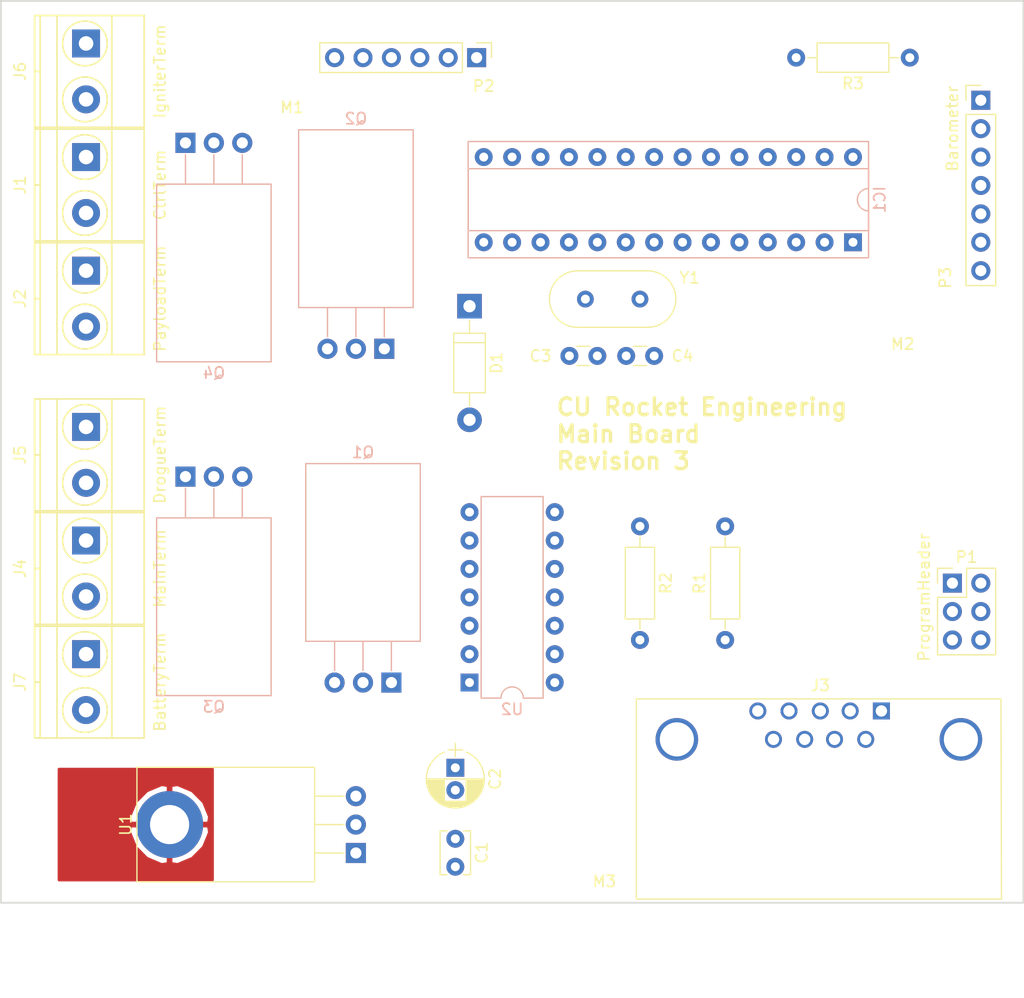
<source format=kicad_pcb>
(kicad_pcb (version 4) (host pcbnew 4.0.6)

  (general
    (links 0)
    (no_connects 72)
    (area 73.584999 43.104999 165.175001 132.555001)
    (thickness 1.6)
    (drawings 6)
    (tracks 0)
    (zones 0)
    (modules 29)
    (nets 37)
  )

  (page A4)
  (title_block
    (title Main)
    (date 2017-06-11)
    (rev 3)
    (company "CU Rocket Engineering")
  )

  (layers
    (0 F.Cu signal)
    (31 B.Cu signal)
    (32 B.Adhes user)
    (33 F.Adhes user)
    (34 B.Paste user)
    (35 F.Paste user)
    (36 B.SilkS user)
    (37 F.SilkS user)
    (38 B.Mask user)
    (39 F.Mask user)
    (40 Dwgs.User user)
    (41 Cmts.User user)
    (42 Eco1.User user)
    (43 Eco2.User user)
    (44 Edge.Cuts user)
    (45 Margin user)
    (46 B.CrtYd user)
    (47 F.CrtYd user)
    (48 B.Fab user)
    (49 F.Fab user)
  )

  (setup
    (last_trace_width 0.25)
    (trace_clearance 0.2)
    (zone_clearance 0.508)
    (zone_45_only yes)
    (trace_min 0.2)
    (segment_width 0.2)
    (edge_width 0.15)
    (via_size 0.6)
    (via_drill 0.4)
    (via_min_size 0.4)
    (via_min_drill 0.3)
    (uvia_size 0.3)
    (uvia_drill 0.1)
    (uvias_allowed no)
    (uvia_min_size 0.2)
    (uvia_min_drill 0.1)
    (pcb_text_width 0.3)
    (pcb_text_size 1.5 1.5)
    (mod_edge_width 0.15)
    (mod_text_size 1 1)
    (mod_text_width 0.15)
    (pad_size 6 6)
    (pad_drill 3.5)
    (pad_to_mask_clearance 0.2)
    (aux_axis_origin 0 0)
    (visible_elements FFFFF7FF)
    (pcbplotparams
      (layerselection 0x00030_80000001)
      (usegerberextensions false)
      (excludeedgelayer true)
      (linewidth 0.150000)
      (plotframeref false)
      (viasonmask false)
      (mode 1)
      (useauxorigin false)
      (hpglpennumber 1)
      (hpglpenspeed 20)
      (hpglpendiameter 15)
      (hpglpenoverlay 2)
      (psnegative false)
      (psa4output false)
      (plotreference true)
      (plotvalue true)
      (plotinvisibletext false)
      (padsonsilk false)
      (subtractmaskfromsilk false)
      (outputformat 1)
      (mirror false)
      (drillshape 1)
      (scaleselection 1)
      (outputdirectory ""))
  )

  (net 0 "")
  (net 1 VCC)
  (net 2 GND)
  (net 3 VBAT)
  (net 4 "Net-(C3-Pad2)")
  (net 5 "Net-(C4-Pad1)")
  (net 6 "Net-(IC1-Pad1)")
  (net 7 "Net-(IC1-Pad15)")
  (net 8 "Net-(IC1-Pad2)")
  (net 9 "Net-(IC1-Pad16)")
  (net 10 "Net-(IC1-Pad3)")
  (net 11 "Net-(IC1-Pad17)")
  (net 12 "Net-(IC1-Pad4)")
  (net 13 "Net-(IC1-Pad18)")
  (net 14 "Net-(IC1-Pad5)")
  (net 15 "Net-(IC1-Pad19)")
  (net 16 "Net-(IC1-Pad21)")
  (net 17 "Net-(IC1-Pad23)")
  (net 18 "Net-(IC1-Pad24)")
  (net 19 "Net-(IC1-Pad25)")
  (net 20 "Net-(IC1-Pad12)")
  (net 21 "Net-(IC1-Pad26)")
  (net 22 "Net-(IC1-Pad13)")
  (net 23 "Net-(IC1-Pad27)")
  (net 24 "Net-(IC1-Pad14)")
  (net 25 "Net-(IC1-Pad28)")
  (net 26 "Net-(J3-Pad6)")
  (net 27 "Net-(J3-Pad7)")
  (net 28 "Net-(J4-Pad2)")
  (net 29 "Net-(J5-Pad2)")
  (net 30 "Net-(J6-Pad2)")
  (net 31 "Net-(J3-Pad8)")
  (net 32 "Net-(IC1-Pad6)")
  (net 33 "Net-(IC1-Pad11)")
  (net 34 "Net-(D1-Pad1)")
  (net 35 "Net-(D1-Pad2)")
  (net 36 "Net-(Q1-Pad2)")

  (net_class Default "This is the default net class."
    (clearance 0.2)
    (trace_width 0.25)
    (via_dia 0.6)
    (via_drill 0.4)
    (uvia_dia 0.3)
    (uvia_drill 0.1)
    (add_net GND)
    (add_net "Net-(C3-Pad2)")
    (add_net "Net-(C4-Pad1)")
    (add_net "Net-(D1-Pad1)")
    (add_net "Net-(D1-Pad2)")
    (add_net "Net-(IC1-Pad1)")
    (add_net "Net-(IC1-Pad11)")
    (add_net "Net-(IC1-Pad12)")
    (add_net "Net-(IC1-Pad13)")
    (add_net "Net-(IC1-Pad14)")
    (add_net "Net-(IC1-Pad15)")
    (add_net "Net-(IC1-Pad16)")
    (add_net "Net-(IC1-Pad17)")
    (add_net "Net-(IC1-Pad18)")
    (add_net "Net-(IC1-Pad19)")
    (add_net "Net-(IC1-Pad2)")
    (add_net "Net-(IC1-Pad21)")
    (add_net "Net-(IC1-Pad23)")
    (add_net "Net-(IC1-Pad24)")
    (add_net "Net-(IC1-Pad25)")
    (add_net "Net-(IC1-Pad26)")
    (add_net "Net-(IC1-Pad27)")
    (add_net "Net-(IC1-Pad28)")
    (add_net "Net-(IC1-Pad3)")
    (add_net "Net-(IC1-Pad4)")
    (add_net "Net-(IC1-Pad5)")
    (add_net "Net-(IC1-Pad6)")
    (add_net "Net-(J3-Pad6)")
    (add_net "Net-(J3-Pad7)")
    (add_net "Net-(J3-Pad8)")
    (add_net "Net-(J4-Pad2)")
    (add_net "Net-(J5-Pad2)")
    (add_net "Net-(J6-Pad2)")
    (add_net "Net-(Q1-Pad2)")
    (add_net VBAT)
    (add_net VCC)
  )

  (module Mounting_Holes:MountingHole_4.5mm (layer F.Cu) (tedit 591B2CF1) (tstamp 591B1CD7)
    (at 94.615 48.895)
    (descr "Mounting Hole 4.5mm, no annular")
    (tags "mounting hole 4.5mm no annular")
    (fp_text reference M1 (at 5.08 3.81) (layer F.SilkS)
      (effects (font (size 1 1) (thickness 0.15)))
    )
    (fp_text value Mount (at 6.35 -3.81) (layer F.Fab)
      (effects (font (size 1 1) (thickness 0.15)))
    )
    (fp_circle (center 0 0) (end 4.5 0) (layer Cmts.User) (width 0.15))
    (fp_circle (center 0 0) (end 4.75 0) (layer F.CrtYd) (width 0.05))
    (pad 1 np_thru_hole circle (at 0 0) (size 4.5 4.5) (drill 4.5) (layers *.Cu *.Mask))
  )

  (module Mounting_Holes:MountingHole_4.5mm (layer F.Cu) (tedit 591B2D0C) (tstamp 591B1CBF)
    (at 123.825 116.84)
    (descr "Mounting Hole 4.5mm, no annular")
    (tags "mounting hole 4.5mm no annular")
    (fp_text reference M3 (at 3.81 5.08) (layer F.SilkS)
      (effects (font (size 1 1) (thickness 0.15)))
    )
    (fp_text value Mount (at -4.445 5.08) (layer F.Fab)
      (effects (font (size 1 1) (thickness 0.15)))
    )
    (fp_circle (center 0 0) (end 4.5 0) (layer Cmts.User) (width 0.15))
    (fp_circle (center 0 0) (end 4.75 0) (layer F.CrtYd) (width 0.05))
    (pad 1 np_thru_hole circle (at 0 0) (size 4.5 4.5) (drill 4.5) (layers *.Cu *.Mask))
  )

  (module Capacitors_ThroughHole:C_Disc_D3.0mm_W1.6mm_P2.50mm (layer F.Cu) (tedit 593D7057) (tstamp 58DADDB9)
    (at 127 74.93 180)
    (descr "C, Disc series, Radial, pin pitch=2.50mm, , diameter*width=3.0*1.6mm^2, Capacitor, http://www.vishay.com/docs/45233/krseries.pdf")
    (tags "C Disc series Radial pin pitch 2.50mm  diameter 3.0mm width 1.6mm Capacitor")
    (path /58B76C1D)
    (fp_text reference C3 (at 5.08 0 180) (layer F.SilkS)
      (effects (font (size 1 1) (thickness 0.15)))
    )
    (fp_text value "22 pF" (at 1.25 1.86 180) (layer F.Fab)
      (effects (font (size 1 1) (thickness 0.15)))
    )
    (fp_line (start -0.25 -0.8) (end -0.25 0.8) (layer F.Fab) (width 0.1))
    (fp_line (start -0.25 0.8) (end 2.75 0.8) (layer F.Fab) (width 0.1))
    (fp_line (start 2.75 0.8) (end 2.75 -0.8) (layer F.Fab) (width 0.1))
    (fp_line (start 2.75 -0.8) (end -0.25 -0.8) (layer F.Fab) (width 0.1))
    (fp_line (start 0.663 -0.861) (end 1.837 -0.861) (layer F.SilkS) (width 0.12))
    (fp_line (start 0.663 0.861) (end 1.837 0.861) (layer F.SilkS) (width 0.12))
    (fp_line (start -1.05 -1.15) (end -1.05 1.15) (layer F.CrtYd) (width 0.05))
    (fp_line (start -1.05 1.15) (end 3.55 1.15) (layer F.CrtYd) (width 0.05))
    (fp_line (start 3.55 1.15) (end 3.55 -1.15) (layer F.CrtYd) (width 0.05))
    (fp_line (start 3.55 -1.15) (end -1.05 -1.15) (layer F.CrtYd) (width 0.05))
    (pad 1 thru_hole circle (at 0 0 180) (size 1.6 1.6) (drill 0.8) (layers *.Cu *.Mask)
      (net 2 GND))
    (pad 2 thru_hole circle (at 2.5 0 180) (size 1.6 1.6) (drill 0.8) (layers *.Cu *.Mask)
      (net 4 "Net-(C3-Pad2)"))
    (model Capacitors_THT.3dshapes/C_Disc_D3.0mm_W1.6mm_P2.50mm.wrl
      (at (xyz 0 0 0))
      (scale (xyz 0.393701 0.393701 0.393701))
      (rotate (xyz 0 0 0))
    )
  )

  (module Capacitors_ThroughHole:C_Disc_D3.0mm_W1.6mm_P2.50mm (layer F.Cu) (tedit 593D705B) (tstamp 58DADDC9)
    (at 132.08 74.93 180)
    (descr "C, Disc series, Radial, pin pitch=2.50mm, , diameter*width=3.0*1.6mm^2, Capacitor, http://www.vishay.com/docs/45233/krseries.pdf")
    (tags "C Disc series Radial pin pitch 2.50mm  diameter 3.0mm width 1.6mm Capacitor")
    (path /58B76BBA)
    (fp_text reference C4 (at -2.54 0 180) (layer F.SilkS)
      (effects (font (size 1 1) (thickness 0.15)))
    )
    (fp_text value "22 pF" (at 1.25 1.86 180) (layer F.Fab)
      (effects (font (size 1 1) (thickness 0.15)))
    )
    (fp_line (start -0.25 -0.8) (end -0.25 0.8) (layer F.Fab) (width 0.1))
    (fp_line (start -0.25 0.8) (end 2.75 0.8) (layer F.Fab) (width 0.1))
    (fp_line (start 2.75 0.8) (end 2.75 -0.8) (layer F.Fab) (width 0.1))
    (fp_line (start 2.75 -0.8) (end -0.25 -0.8) (layer F.Fab) (width 0.1))
    (fp_line (start 0.663 -0.861) (end 1.837 -0.861) (layer F.SilkS) (width 0.12))
    (fp_line (start 0.663 0.861) (end 1.837 0.861) (layer F.SilkS) (width 0.12))
    (fp_line (start -1.05 -1.15) (end -1.05 1.15) (layer F.CrtYd) (width 0.05))
    (fp_line (start -1.05 1.15) (end 3.55 1.15) (layer F.CrtYd) (width 0.05))
    (fp_line (start 3.55 1.15) (end 3.55 -1.15) (layer F.CrtYd) (width 0.05))
    (fp_line (start 3.55 -1.15) (end -1.05 -1.15) (layer F.CrtYd) (width 0.05))
    (pad 1 thru_hole circle (at 0 0 180) (size 1.6 1.6) (drill 0.8) (layers *.Cu *.Mask)
      (net 5 "Net-(C4-Pad1)"))
    (pad 2 thru_hole circle (at 2.5 0 180) (size 1.6 1.6) (drill 0.8) (layers *.Cu *.Mask)
      (net 2 GND))
    (model Capacitors_THT.3dshapes/C_Disc_D3.0mm_W1.6mm_P2.50mm.wrl
      (at (xyz 0 0 0))
      (scale (xyz 0.393701 0.393701 0.393701))
      (rotate (xyz 0 0 0))
    )
  )

  (module Housings_DIP:DIP-28_W7.62mm_Socket (layer B.Cu) (tedit 586281B5) (tstamp 58DADE00)
    (at 149.86 64.77 90)
    (descr "28-lead dip package, row spacing 7.62 mm (300 mils), Socket")
    (tags "DIL DIP PDIP 2.54mm 7.62mm 300mil Socket")
    (path /58B76AB6)
    (fp_text reference IC1 (at 3.81 2.39 90) (layer B.SilkS)
      (effects (font (size 1 1) (thickness 0.15)) (justify mirror))
    )
    (fp_text value AVR (at 3.81 -35.41 90) (layer B.Fab)
      (effects (font (size 1 1) (thickness 0.15)) (justify mirror))
    )
    (fp_arc (start 3.81 1.39) (end 2.81 1.39) (angle 180) (layer B.SilkS) (width 0.12))
    (fp_line (start 1.635 1.27) (end 6.985 1.27) (layer B.Fab) (width 0.1))
    (fp_line (start 6.985 1.27) (end 6.985 -34.29) (layer B.Fab) (width 0.1))
    (fp_line (start 6.985 -34.29) (end 0.635 -34.29) (layer B.Fab) (width 0.1))
    (fp_line (start 0.635 -34.29) (end 0.635 0.27) (layer B.Fab) (width 0.1))
    (fp_line (start 0.635 0.27) (end 1.635 1.27) (layer B.Fab) (width 0.1))
    (fp_line (start -1.27 1.27) (end -1.27 -34.29) (layer B.Fab) (width 0.1))
    (fp_line (start -1.27 -34.29) (end 8.89 -34.29) (layer B.Fab) (width 0.1))
    (fp_line (start 8.89 -34.29) (end 8.89 1.27) (layer B.Fab) (width 0.1))
    (fp_line (start 8.89 1.27) (end -1.27 1.27) (layer B.Fab) (width 0.1))
    (fp_line (start 2.81 1.39) (end 1.04 1.39) (layer B.SilkS) (width 0.12))
    (fp_line (start 1.04 1.39) (end 1.04 -34.41) (layer B.SilkS) (width 0.12))
    (fp_line (start 1.04 -34.41) (end 6.58 -34.41) (layer B.SilkS) (width 0.12))
    (fp_line (start 6.58 -34.41) (end 6.58 1.39) (layer B.SilkS) (width 0.12))
    (fp_line (start 6.58 1.39) (end 4.81 1.39) (layer B.SilkS) (width 0.12))
    (fp_line (start -1.39 1.39) (end -1.39 -34.41) (layer B.SilkS) (width 0.12))
    (fp_line (start -1.39 -34.41) (end 9.01 -34.41) (layer B.SilkS) (width 0.12))
    (fp_line (start 9.01 -34.41) (end 9.01 1.39) (layer B.SilkS) (width 0.12))
    (fp_line (start 9.01 1.39) (end -1.39 1.39) (layer B.SilkS) (width 0.12))
    (fp_line (start -1.7 1.7) (end -1.7 -34.7) (layer B.CrtYd) (width 0.05))
    (fp_line (start -1.7 -34.7) (end 9.3 -34.7) (layer B.CrtYd) (width 0.05))
    (fp_line (start 9.3 -34.7) (end 9.3 1.7) (layer B.CrtYd) (width 0.05))
    (fp_line (start 9.3 1.7) (end -1.7 1.7) (layer B.CrtYd) (width 0.05))
    (pad 1 thru_hole rect (at 0 0 90) (size 1.6 1.6) (drill 0.8) (layers *.Cu *.Mask)
      (net 6 "Net-(IC1-Pad1)"))
    (pad 15 thru_hole oval (at 7.62 -33.02 90) (size 1.6 1.6) (drill 0.8) (layers *.Cu *.Mask)
      (net 7 "Net-(IC1-Pad15)"))
    (pad 2 thru_hole oval (at 0 -2.54 90) (size 1.6 1.6) (drill 0.8) (layers *.Cu *.Mask)
      (net 8 "Net-(IC1-Pad2)"))
    (pad 16 thru_hole oval (at 7.62 -30.48 90) (size 1.6 1.6) (drill 0.8) (layers *.Cu *.Mask)
      (net 9 "Net-(IC1-Pad16)"))
    (pad 3 thru_hole oval (at 0 -5.08 90) (size 1.6 1.6) (drill 0.8) (layers *.Cu *.Mask)
      (net 10 "Net-(IC1-Pad3)"))
    (pad 17 thru_hole oval (at 7.62 -27.94 90) (size 1.6 1.6) (drill 0.8) (layers *.Cu *.Mask)
      (net 11 "Net-(IC1-Pad17)"))
    (pad 4 thru_hole oval (at 0 -7.62 90) (size 1.6 1.6) (drill 0.8) (layers *.Cu *.Mask)
      (net 12 "Net-(IC1-Pad4)"))
    (pad 18 thru_hole oval (at 7.62 -25.4 90) (size 1.6 1.6) (drill 0.8) (layers *.Cu *.Mask)
      (net 13 "Net-(IC1-Pad18)"))
    (pad 5 thru_hole oval (at 0 -10.16 90) (size 1.6 1.6) (drill 0.8) (layers *.Cu *.Mask)
      (net 14 "Net-(IC1-Pad5)"))
    (pad 19 thru_hole oval (at 7.62 -22.86 90) (size 1.6 1.6) (drill 0.8) (layers *.Cu *.Mask)
      (net 15 "Net-(IC1-Pad19)"))
    (pad 6 thru_hole oval (at 0 -12.7 90) (size 1.6 1.6) (drill 0.8) (layers *.Cu *.Mask)
      (net 32 "Net-(IC1-Pad6)"))
    (pad 20 thru_hole oval (at 7.62 -20.32 90) (size 1.6 1.6) (drill 0.8) (layers *.Cu *.Mask)
      (net 1 VCC))
    (pad 7 thru_hole oval (at 0 -15.24 90) (size 1.6 1.6) (drill 0.8) (layers *.Cu *.Mask)
      (net 1 VCC))
    (pad 21 thru_hole oval (at 7.62 -17.78 90) (size 1.6 1.6) (drill 0.8) (layers *.Cu *.Mask)
      (net 16 "Net-(IC1-Pad21)"))
    (pad 8 thru_hole oval (at 0 -17.78 90) (size 1.6 1.6) (drill 0.8) (layers *.Cu *.Mask)
      (net 2 GND))
    (pad 22 thru_hole oval (at 7.62 -15.24 90) (size 1.6 1.6) (drill 0.8) (layers *.Cu *.Mask)
      (net 2 GND))
    (pad 9 thru_hole oval (at 0 -20.32 90) (size 1.6 1.6) (drill 0.8) (layers *.Cu *.Mask)
      (net 5 "Net-(C4-Pad1)"))
    (pad 23 thru_hole oval (at 7.62 -12.7 90) (size 1.6 1.6) (drill 0.8) (layers *.Cu *.Mask)
      (net 17 "Net-(IC1-Pad23)"))
    (pad 10 thru_hole oval (at 0 -22.86 90) (size 1.6 1.6) (drill 0.8) (layers *.Cu *.Mask)
      (net 4 "Net-(C3-Pad2)"))
    (pad 24 thru_hole oval (at 7.62 -10.16 90) (size 1.6 1.6) (drill 0.8) (layers *.Cu *.Mask)
      (net 18 "Net-(IC1-Pad24)"))
    (pad 11 thru_hole oval (at 0 -25.4 90) (size 1.6 1.6) (drill 0.8) (layers *.Cu *.Mask)
      (net 33 "Net-(IC1-Pad11)"))
    (pad 25 thru_hole oval (at 7.62 -7.62 90) (size 1.6 1.6) (drill 0.8) (layers *.Cu *.Mask)
      (net 19 "Net-(IC1-Pad25)"))
    (pad 12 thru_hole oval (at 0 -27.94 90) (size 1.6 1.6) (drill 0.8) (layers *.Cu *.Mask)
      (net 20 "Net-(IC1-Pad12)"))
    (pad 26 thru_hole oval (at 7.62 -5.08 90) (size 1.6 1.6) (drill 0.8) (layers *.Cu *.Mask)
      (net 21 "Net-(IC1-Pad26)"))
    (pad 13 thru_hole oval (at 0 -30.48 90) (size 1.6 1.6) (drill 0.8) (layers *.Cu *.Mask)
      (net 22 "Net-(IC1-Pad13)"))
    (pad 27 thru_hole oval (at 7.62 -2.54 90) (size 1.6 1.6) (drill 0.8) (layers *.Cu *.Mask)
      (net 23 "Net-(IC1-Pad27)"))
    (pad 14 thru_hole oval (at 0 -33.02 90) (size 1.6 1.6) (drill 0.8) (layers *.Cu *.Mask)
      (net 24 "Net-(IC1-Pad14)"))
    (pad 28 thru_hole oval (at 7.62 0 90) (size 1.6 1.6) (drill 0.8) (layers *.Cu *.Mask)
      (net 25 "Net-(IC1-Pad28)"))
    (model Housings_DIP.3dshapes/DIP-28_W7.62mm.wrl
      (at (xyz 0 0 0))
      (scale (xyz 1 1 1))
      (rotate (xyz 0 0 0))
    )
  )

  (module Terminal_Blocks:TerminalBlock_Pheonix_MKDS1.5-2pol (layer F.Cu) (tedit 58F67F67) (tstamp 58DADE14)
    (at 81.28 57.15 270)
    (descr "2-way 5mm pitch terminal block, Phoenix MKDS series")
    (path /58BC987E)
    (fp_text reference J1 (at 2.5 5.9 270) (layer F.SilkS)
      (effects (font (size 1 1) (thickness 0.15)))
    )
    (fp_text value CtrlTerm (at 2.5 -6.6 270) (layer F.SilkS)
      (effects (font (size 1 1) (thickness 0.15)))
    )
    (fp_line (start -2.7 -5.4) (end 7.7 -5.4) (layer F.CrtYd) (width 0.05))
    (fp_line (start -2.7 4.8) (end -2.7 -5.4) (layer F.CrtYd) (width 0.05))
    (fp_line (start 7.7 4.8) (end -2.7 4.8) (layer F.CrtYd) (width 0.05))
    (fp_line (start 7.7 -5.4) (end 7.7 4.8) (layer F.CrtYd) (width 0.05))
    (fp_line (start 2.5 4.1) (end 2.5 4.6) (layer F.SilkS) (width 0.15))
    (fp_circle (center 5 0.1) (end 3 0.1) (layer F.SilkS) (width 0.15))
    (fp_circle (center 0 0.1) (end 2 0.1) (layer F.SilkS) (width 0.15))
    (fp_line (start -2.5 2.6) (end 7.5 2.6) (layer F.SilkS) (width 0.15))
    (fp_line (start -2.5 -2.3) (end 7.5 -2.3) (layer F.SilkS) (width 0.15))
    (fp_line (start -2.5 4.1) (end 7.5 4.1) (layer F.SilkS) (width 0.15))
    (fp_line (start -2.5 4.6) (end 7.5 4.6) (layer F.SilkS) (width 0.15))
    (fp_line (start 7.5 4.6) (end 7.5 -5.2) (layer F.SilkS) (width 0.15))
    (fp_line (start 7.5 -5.2) (end -2.5 -5.2) (layer F.SilkS) (width 0.15))
    (fp_line (start -2.5 -5.2) (end -2.5 4.6) (layer F.SilkS) (width 0.15))
    (pad 1 thru_hole rect (at 0 0 270) (size 2.5 2.5) (drill 1.3) (layers *.Cu *.Mask)
      (net 2 GND))
    (pad 2 thru_hole circle (at 5 0 270) (size 2.5 2.5) (drill 1.3) (layers *.Cu *.Mask)
      (net 22 "Net-(IC1-Pad13)"))
    (model Terminal_Blocks.3dshapes/TerminalBlock_Pheonix_MKDS1.5-2pol.wrl
      (at (xyz 0.0984 0 0))
      (scale (xyz 1 1 1))
      (rotate (xyz 0 0 0))
    )
  )

  (module Terminal_Blocks:TerminalBlock_Pheonix_MKDS1.5-2pol (layer F.Cu) (tedit 58F67F5C) (tstamp 58DADE28)
    (at 81.28 67.31 270)
    (descr "2-way 5mm pitch terminal block, Phoenix MKDS series")
    (path /58BC9B79)
    (fp_text reference J2 (at 2.5 5.9 270) (layer F.SilkS)
      (effects (font (size 1 1) (thickness 0.15)))
    )
    (fp_text value PayloadTerm (at 2.5 -6.6 270) (layer F.SilkS)
      (effects (font (size 1 1) (thickness 0.15)))
    )
    (fp_line (start -2.7 -5.4) (end 7.7 -5.4) (layer F.CrtYd) (width 0.05))
    (fp_line (start -2.7 4.8) (end -2.7 -5.4) (layer F.CrtYd) (width 0.05))
    (fp_line (start 7.7 4.8) (end -2.7 4.8) (layer F.CrtYd) (width 0.05))
    (fp_line (start 7.7 -5.4) (end 7.7 4.8) (layer F.CrtYd) (width 0.05))
    (fp_line (start 2.5 4.1) (end 2.5 4.6) (layer F.SilkS) (width 0.15))
    (fp_circle (center 5 0.1) (end 3 0.1) (layer F.SilkS) (width 0.15))
    (fp_circle (center 0 0.1) (end 2 0.1) (layer F.SilkS) (width 0.15))
    (fp_line (start -2.5 2.6) (end 7.5 2.6) (layer F.SilkS) (width 0.15))
    (fp_line (start -2.5 -2.3) (end 7.5 -2.3) (layer F.SilkS) (width 0.15))
    (fp_line (start -2.5 4.1) (end 7.5 4.1) (layer F.SilkS) (width 0.15))
    (fp_line (start -2.5 4.6) (end 7.5 4.6) (layer F.SilkS) (width 0.15))
    (fp_line (start 7.5 4.6) (end 7.5 -5.2) (layer F.SilkS) (width 0.15))
    (fp_line (start 7.5 -5.2) (end -2.5 -5.2) (layer F.SilkS) (width 0.15))
    (fp_line (start -2.5 -5.2) (end -2.5 4.6) (layer F.SilkS) (width 0.15))
    (pad 1 thru_hole rect (at 0 0 270) (size 2.5 2.5) (drill 1.3) (layers *.Cu *.Mask)
      (net 25 "Net-(IC1-Pad28)"))
    (pad 2 thru_hole circle (at 5 0 270) (size 2.5 2.5) (drill 1.3) (layers *.Cu *.Mask)
      (net 23 "Net-(IC1-Pad27)"))
    (model Terminal_Blocks.3dshapes/TerminalBlock_Pheonix_MKDS1.5-2pol.wrl
      (at (xyz 0.0984 0 0))
      (scale (xyz 1 1 1))
      (rotate (xyz 0 0 0))
    )
  )

  (module Connect:DB9FC (layer F.Cu) (tedit 587FDE78) (tstamp 58DADE49)
    (at 152.4 106.68 180)
    (descr "Connecteur DB9 femelle couche")
    (tags "CONN DB9")
    (path /58BC9C47)
    (fp_text reference J3 (at 5.46 2.28 180) (layer F.SilkS)
      (effects (font (size 1 1) (thickness 0.15)))
    )
    (fp_text value PanelTerm (at 6.73 -5.08 180) (layer F.Fab)
      (effects (font (size 1 1) (thickness 0.15)))
    )
    (fp_line (start -10.74 -16.82) (end -10.69 1.08) (layer F.SilkS) (width 0.12))
    (fp_line (start -10.69 1.08) (end 21.91 1.08) (layer F.SilkS) (width 0.12))
    (fp_line (start 21.91 1.08) (end 21.91 -16.82) (layer F.SilkS) (width 0.12))
    (fp_line (start 21.91 -16.82) (end -10.74 -16.82) (layer F.SilkS) (width 0.12))
    (fp_line (start -10.67 1.02) (end 21.84 1.02) (layer F.Fab) (width 0.1))
    (fp_line (start 21.84 1.02) (end 21.84 -16.76) (layer F.Fab) (width 0.1))
    (fp_line (start 21.84 -16.76) (end -10.67 -16.76) (layer F.Fab) (width 0.1))
    (fp_line (start -10.67 -16.76) (end -10.67 1.02) (layer F.Fab) (width 0.1))
    (fp_line (start -3.56 -16.76) (end -3.56 -9.14) (layer F.Fab) (width 0.1))
    (fp_line (start -3.56 -9.14) (end 14.73 -9.14) (layer F.Fab) (width 0.1))
    (fp_line (start 14.73 -9.14) (end 14.73 -16.76) (layer F.Fab) (width 0.1))
    (fp_line (start -2.03 -16.76) (end -2.03 -25.4) (layer F.Fab) (width 0.1))
    (fp_line (start -2.03 -25.4) (end 13.21 -25.4) (layer F.Fab) (width 0.1))
    (fp_line (start 13.21 -25.4) (end 13.21 -16.76) (layer F.Fab) (width 0.1))
    (fp_line (start -10.92 -25.65) (end 22.09 -25.65) (layer F.CrtYd) (width 0.05))
    (fp_line (start -10.92 -25.65) (end -10.92 1.27) (layer F.CrtYd) (width 0.05))
    (fp_line (start 22.09 1.27) (end 22.09 -25.65) (layer F.CrtYd) (width 0.05))
    (fp_line (start 22.09 1.27) (end -10.92 1.27) (layer F.CrtYd) (width 0.05))
    (pad "" thru_hole circle (at 18.29 -2.54 180) (size 3.81 3.81) (drill 3.05) (layers *.Cu *.Mask))
    (pad "" thru_hole circle (at -7.11 -2.54 180) (size 3.81 3.81) (drill 3.05) (layers *.Cu *.Mask))
    (pad 1 thru_hole rect (at 0 0 180) (size 1.52 1.52) (drill 1.02) (layers *.Cu *.Mask)
      (net 1 VCC))
    (pad 2 thru_hole circle (at 2.79 0 180) (size 1.52 1.52) (drill 1.02) (layers *.Cu *.Mask)
      (net 2 GND))
    (pad 3 thru_hole circle (at 5.46 0 180) (size 1.52 1.52) (drill 1.02) (layers *.Cu *.Mask)
      (net 32 "Net-(IC1-Pad6)"))
    (pad 4 thru_hole circle (at 8.26 0 180) (size 1.52 1.52) (drill 1.02) (layers *.Cu *.Mask)
      (net 14 "Net-(IC1-Pad5)"))
    (pad 5 thru_hole circle (at 11.05 0 180) (size 1.52 1.52) (drill 1.02) (layers *.Cu *.Mask)
      (net 12 "Net-(IC1-Pad4)"))
    (pad 6 thru_hole circle (at 1.4 -2.54 180) (size 1.52 1.52) (drill 1.02) (layers *.Cu *.Mask)
      (net 26 "Net-(J3-Pad6)"))
    (pad 7 thru_hole circle (at 4.19 -2.54 180) (size 1.52 1.52) (drill 1.02) (layers *.Cu *.Mask)
      (net 27 "Net-(J3-Pad7)"))
    (pad 8 thru_hole circle (at 6.86 -2.54 180) (size 1.52 1.52) (drill 1.02) (layers *.Cu *.Mask)
      (net 31 "Net-(J3-Pad8)"))
    (pad 9 thru_hole circle (at 9.65 -2.54 180) (size 1.52 1.52) (drill 1.02) (layers *.Cu *.Mask)
      (net 35 "Net-(D1-Pad2)"))
    (model Connectors.3dshapes/DB9FC.wrl
      (at (xyz 0.2086614173228347 0.05314960629921261 0))
      (scale (xyz 1 1 1))
      (rotate (xyz 0 0 0))
    )
  )

  (module Terminal_Blocks:TerminalBlock_Pheonix_MKDS1.5-2pol (layer F.Cu) (tedit 58F67F4F) (tstamp 58DADE5D)
    (at 81.28 91.44 270)
    (descr "2-way 5mm pitch terminal block, Phoenix MKDS series")
    (path /58BCAD2D)
    (fp_text reference J4 (at 2.5 5.9 270) (layer F.SilkS)
      (effects (font (size 1 1) (thickness 0.15)))
    )
    (fp_text value MainTerm (at 2.5 -6.6 270) (layer F.SilkS)
      (effects (font (size 1 1) (thickness 0.15)))
    )
    (fp_line (start -2.7 -5.4) (end 7.7 -5.4) (layer F.CrtYd) (width 0.05))
    (fp_line (start -2.7 4.8) (end -2.7 -5.4) (layer F.CrtYd) (width 0.05))
    (fp_line (start 7.7 4.8) (end -2.7 4.8) (layer F.CrtYd) (width 0.05))
    (fp_line (start 7.7 -5.4) (end 7.7 4.8) (layer F.CrtYd) (width 0.05))
    (fp_line (start 2.5 4.1) (end 2.5 4.6) (layer F.SilkS) (width 0.15))
    (fp_circle (center 5 0.1) (end 3 0.1) (layer F.SilkS) (width 0.15))
    (fp_circle (center 0 0.1) (end 2 0.1) (layer F.SilkS) (width 0.15))
    (fp_line (start -2.5 2.6) (end 7.5 2.6) (layer F.SilkS) (width 0.15))
    (fp_line (start -2.5 -2.3) (end 7.5 -2.3) (layer F.SilkS) (width 0.15))
    (fp_line (start -2.5 4.1) (end 7.5 4.1) (layer F.SilkS) (width 0.15))
    (fp_line (start -2.5 4.6) (end 7.5 4.6) (layer F.SilkS) (width 0.15))
    (fp_line (start 7.5 4.6) (end 7.5 -5.2) (layer F.SilkS) (width 0.15))
    (fp_line (start 7.5 -5.2) (end -2.5 -5.2) (layer F.SilkS) (width 0.15))
    (fp_line (start -2.5 -5.2) (end -2.5 4.6) (layer F.SilkS) (width 0.15))
    (pad 1 thru_hole rect (at 0 0 270) (size 2.5 2.5) (drill 1.3) (layers *.Cu *.Mask)
      (net 3 VBAT))
    (pad 2 thru_hole circle (at 5 0 270) (size 2.5 2.5) (drill 1.3) (layers *.Cu *.Mask)
      (net 28 "Net-(J4-Pad2)"))
    (model Terminal_Blocks.3dshapes/TerminalBlock_Pheonix_MKDS1.5-2pol.wrl
      (at (xyz 0.0984 0 0))
      (scale (xyz 1 1 1))
      (rotate (xyz 0 0 0))
    )
  )

  (module Terminal_Blocks:TerminalBlock_Pheonix_MKDS1.5-2pol (layer F.Cu) (tedit 58F67F55) (tstamp 58DADE71)
    (at 81.28 81.28 270)
    (descr "2-way 5mm pitch terminal block, Phoenix MKDS series")
    (path /58BCAEDA)
    (fp_text reference J5 (at 2.5 5.9 270) (layer F.SilkS)
      (effects (font (size 1 1) (thickness 0.15)))
    )
    (fp_text value DrogueTerm (at 2.5 -6.6 270) (layer F.SilkS)
      (effects (font (size 1 1) (thickness 0.15)))
    )
    (fp_line (start -2.7 -5.4) (end 7.7 -5.4) (layer F.CrtYd) (width 0.05))
    (fp_line (start -2.7 4.8) (end -2.7 -5.4) (layer F.CrtYd) (width 0.05))
    (fp_line (start 7.7 4.8) (end -2.7 4.8) (layer F.CrtYd) (width 0.05))
    (fp_line (start 7.7 -5.4) (end 7.7 4.8) (layer F.CrtYd) (width 0.05))
    (fp_line (start 2.5 4.1) (end 2.5 4.6) (layer F.SilkS) (width 0.15))
    (fp_circle (center 5 0.1) (end 3 0.1) (layer F.SilkS) (width 0.15))
    (fp_circle (center 0 0.1) (end 2 0.1) (layer F.SilkS) (width 0.15))
    (fp_line (start -2.5 2.6) (end 7.5 2.6) (layer F.SilkS) (width 0.15))
    (fp_line (start -2.5 -2.3) (end 7.5 -2.3) (layer F.SilkS) (width 0.15))
    (fp_line (start -2.5 4.1) (end 7.5 4.1) (layer F.SilkS) (width 0.15))
    (fp_line (start -2.5 4.6) (end 7.5 4.6) (layer F.SilkS) (width 0.15))
    (fp_line (start 7.5 4.6) (end 7.5 -5.2) (layer F.SilkS) (width 0.15))
    (fp_line (start 7.5 -5.2) (end -2.5 -5.2) (layer F.SilkS) (width 0.15))
    (fp_line (start -2.5 -5.2) (end -2.5 4.6) (layer F.SilkS) (width 0.15))
    (pad 1 thru_hole rect (at 0 0 270) (size 2.5 2.5) (drill 1.3) (layers *.Cu *.Mask)
      (net 3 VBAT))
    (pad 2 thru_hole circle (at 5 0 270) (size 2.5 2.5) (drill 1.3) (layers *.Cu *.Mask)
      (net 29 "Net-(J5-Pad2)"))
    (model Terminal_Blocks.3dshapes/TerminalBlock_Pheonix_MKDS1.5-2pol.wrl
      (at (xyz 0.0984 0 0))
      (scale (xyz 1 1 1))
      (rotate (xyz 0 0 0))
    )
  )

  (module Terminal_Blocks:TerminalBlock_Pheonix_MKDS1.5-2pol (layer F.Cu) (tedit 58F67F6C) (tstamp 58DADE85)
    (at 81.28 46.99 270)
    (descr "2-way 5mm pitch terminal block, Phoenix MKDS series")
    (path /58DD1C52)
    (fp_text reference J6 (at 2.5 5.9 270) (layer F.SilkS)
      (effects (font (size 1 1) (thickness 0.15)))
    )
    (fp_text value IgniterTerm (at 2.5 -6.6 270) (layer F.SilkS)
      (effects (font (size 1 1) (thickness 0.15)))
    )
    (fp_line (start -2.7 -5.4) (end 7.7 -5.4) (layer F.CrtYd) (width 0.05))
    (fp_line (start -2.7 4.8) (end -2.7 -5.4) (layer F.CrtYd) (width 0.05))
    (fp_line (start 7.7 4.8) (end -2.7 4.8) (layer F.CrtYd) (width 0.05))
    (fp_line (start 7.7 -5.4) (end 7.7 4.8) (layer F.CrtYd) (width 0.05))
    (fp_line (start 2.5 4.1) (end 2.5 4.6) (layer F.SilkS) (width 0.15))
    (fp_circle (center 5 0.1) (end 3 0.1) (layer F.SilkS) (width 0.15))
    (fp_circle (center 0 0.1) (end 2 0.1) (layer F.SilkS) (width 0.15))
    (fp_line (start -2.5 2.6) (end 7.5 2.6) (layer F.SilkS) (width 0.15))
    (fp_line (start -2.5 -2.3) (end 7.5 -2.3) (layer F.SilkS) (width 0.15))
    (fp_line (start -2.5 4.1) (end 7.5 4.1) (layer F.SilkS) (width 0.15))
    (fp_line (start -2.5 4.6) (end 7.5 4.6) (layer F.SilkS) (width 0.15))
    (fp_line (start 7.5 4.6) (end 7.5 -5.2) (layer F.SilkS) (width 0.15))
    (fp_line (start 7.5 -5.2) (end -2.5 -5.2) (layer F.SilkS) (width 0.15))
    (fp_line (start -2.5 -5.2) (end -2.5 4.6) (layer F.SilkS) (width 0.15))
    (pad 1 thru_hole rect (at 0 0 270) (size 2.5 2.5) (drill 1.3) (layers *.Cu *.Mask)
      (net 3 VBAT))
    (pad 2 thru_hole circle (at 5 0 270) (size 2.5 2.5) (drill 1.3) (layers *.Cu *.Mask)
      (net 30 "Net-(J6-Pad2)"))
    (model Terminal_Blocks.3dshapes/TerminalBlock_Pheonix_MKDS1.5-2pol.wrl
      (at (xyz 0.0984 0 0))
      (scale (xyz 1 1 1))
      (rotate (xyz 0 0 0))
    )
  )

  (module Pin_Headers:Pin_Header_Straight_2x03_Pitch2.54mm (layer F.Cu) (tedit 58F67FC6) (tstamp 58DADEA0)
    (at 158.75 95.25)
    (descr "Through hole straight pin header, 2x03, 2.54mm pitch, double rows")
    (tags "Through hole pin header THT 2x03 2.54mm double row")
    (path /58BF7CD7)
    (fp_text reference P1 (at 1.27 -2.33) (layer F.SilkS)
      (effects (font (size 1 1) (thickness 0.15)))
    )
    (fp_text value ProgramHeader (at -2.54 1.27 90) (layer F.SilkS)
      (effects (font (size 1 1) (thickness 0.15)))
    )
    (fp_line (start -1.27 -1.27) (end -1.27 6.35) (layer F.Fab) (width 0.1))
    (fp_line (start -1.27 6.35) (end 3.81 6.35) (layer F.Fab) (width 0.1))
    (fp_line (start 3.81 6.35) (end 3.81 -1.27) (layer F.Fab) (width 0.1))
    (fp_line (start 3.81 -1.27) (end -1.27 -1.27) (layer F.Fab) (width 0.1))
    (fp_line (start -1.33 1.27) (end -1.33 6.41) (layer F.SilkS) (width 0.12))
    (fp_line (start -1.33 6.41) (end 3.87 6.41) (layer F.SilkS) (width 0.12))
    (fp_line (start 3.87 6.41) (end 3.87 -1.33) (layer F.SilkS) (width 0.12))
    (fp_line (start 3.87 -1.33) (end 1.27 -1.33) (layer F.SilkS) (width 0.12))
    (fp_line (start 1.27 -1.33) (end 1.27 1.27) (layer F.SilkS) (width 0.12))
    (fp_line (start 1.27 1.27) (end -1.33 1.27) (layer F.SilkS) (width 0.12))
    (fp_line (start -1.33 0) (end -1.33 -1.33) (layer F.SilkS) (width 0.12))
    (fp_line (start -1.33 -1.33) (end 0 -1.33) (layer F.SilkS) (width 0.12))
    (fp_line (start -1.8 -1.8) (end -1.8 6.85) (layer F.CrtYd) (width 0.05))
    (fp_line (start -1.8 6.85) (end 4.35 6.85) (layer F.CrtYd) (width 0.05))
    (fp_line (start 4.35 6.85) (end 4.35 -1.8) (layer F.CrtYd) (width 0.05))
    (fp_line (start 4.35 -1.8) (end -1.8 -1.8) (layer F.CrtYd) (width 0.05))
    (fp_text user %R (at 1.27 -2.33) (layer F.Fab)
      (effects (font (size 1 1) (thickness 0.15)))
    )
    (pad 1 thru_hole rect (at 0 0) (size 1.7 1.7) (drill 1) (layers *.Cu *.Mask)
      (net 13 "Net-(IC1-Pad18)"))
    (pad 2 thru_hole oval (at 2.54 0) (size 1.7 1.7) (drill 1) (layers *.Cu *.Mask)
      (net 1 VCC))
    (pad 3 thru_hole oval (at 0 2.54) (size 1.7 1.7) (drill 1) (layers *.Cu *.Mask)
      (net 15 "Net-(IC1-Pad19)"))
    (pad 4 thru_hole oval (at 2.54 2.54) (size 1.7 1.7) (drill 1) (layers *.Cu *.Mask)
      (net 11 "Net-(IC1-Pad17)"))
    (pad 5 thru_hole oval (at 0 5.08) (size 1.7 1.7) (drill 1) (layers *.Cu *.Mask)
      (net 6 "Net-(IC1-Pad1)"))
    (pad 6 thru_hole oval (at 2.54 5.08) (size 1.7 1.7) (drill 1) (layers *.Cu *.Mask)
      (net 2 GND))
    (model ${KISYS3DMOD}/Pin_Headers.3dshapes/Pin_Header_Straight_2x03_Pitch2.54mm.wrl
      (at (xyz 0.05 -0.1 0))
      (scale (xyz 1 1 1))
      (rotate (xyz 0 0 90))
    )
  )

  (module Pin_Headers:Pin_Header_Straight_1x07_Pitch2.54mm (layer F.Cu) (tedit 593ECA5E) (tstamp 58DADED2)
    (at 161.29 52.07)
    (descr "Through hole straight pin header, 1x07, 2.54mm pitch, single row")
    (tags "Through hole pin header THT 1x07 2.54mm single row")
    (path /58C05810)
    (fp_text reference P3 (at -3.175 15.875 90) (layer F.SilkS)
      (effects (font (size 1 1) (thickness 0.15)))
    )
    (fp_text value Barometer (at -2.54 2.54 90) (layer F.SilkS)
      (effects (font (size 1 1) (thickness 0.15)))
    )
    (fp_line (start -1.27 -1.27) (end -1.27 16.51) (layer F.Fab) (width 0.1))
    (fp_line (start -1.27 16.51) (end 1.27 16.51) (layer F.Fab) (width 0.1))
    (fp_line (start 1.27 16.51) (end 1.27 -1.27) (layer F.Fab) (width 0.1))
    (fp_line (start 1.27 -1.27) (end -1.27 -1.27) (layer F.Fab) (width 0.1))
    (fp_line (start -1.33 1.27) (end -1.33 16.57) (layer F.SilkS) (width 0.12))
    (fp_line (start -1.33 16.57) (end 1.33 16.57) (layer F.SilkS) (width 0.12))
    (fp_line (start 1.33 16.57) (end 1.33 1.27) (layer F.SilkS) (width 0.12))
    (fp_line (start 1.33 1.27) (end -1.33 1.27) (layer F.SilkS) (width 0.12))
    (fp_line (start -1.33 0) (end -1.33 -1.33) (layer F.SilkS) (width 0.12))
    (fp_line (start -1.33 -1.33) (end 0 -1.33) (layer F.SilkS) (width 0.12))
    (fp_line (start -1.8 -1.8) (end -1.8 17.05) (layer F.CrtYd) (width 0.05))
    (fp_line (start -1.8 17.05) (end 1.8 17.05) (layer F.CrtYd) (width 0.05))
    (fp_line (start 1.8 17.05) (end 1.8 -1.8) (layer F.CrtYd) (width 0.05))
    (fp_line (start 1.8 -1.8) (end -1.8 -1.8) (layer F.CrtYd) (width 0.05))
    (pad 1 thru_hole rect (at 0 0) (size 1.7 1.7) (drill 1) (layers *.Cu *.Mask)
      (net 1 VCC))
    (pad 2 thru_hole oval (at 0 2.54) (size 1.7 1.7) (drill 1) (layers *.Cu *.Mask)
      (net 2 GND))
    (pad 3 thru_hole oval (at 0 5.08) (size 1.7 1.7) (drill 1) (layers *.Cu *.Mask)
      (net 24 "Net-(IC1-Pad14)"))
    (pad 4 thru_hole oval (at 0 7.62) (size 1.7 1.7) (drill 1) (layers *.Cu *.Mask)
      (net 7 "Net-(IC1-Pad15)"))
    (pad 5 thru_hole oval (at 0 10.16) (size 1.7 1.7) (drill 1) (layers *.Cu *.Mask)
      (net 9 "Net-(IC1-Pad16)"))
    (pad 6 thru_hole oval (at 0 12.7) (size 1.7 1.7) (drill 1) (layers *.Cu *.Mask)
      (net 2 GND))
    (pad 7 thru_hole oval (at 0 15.24) (size 1.7 1.7) (drill 1) (layers *.Cu *.Mask)
      (net 1 VCC))
    (model ${KISYS3DMOD}/Pin_Headers.3dshapes/Pin_Header_Straight_1x07_Pitch2.54mm.wrl
      (at (xyz 0 -0.3 0))
      (scale (xyz 1 1 1))
      (rotate (xyz 0 0 90))
    )
  )

  (module Resistors_ThroughHole:R_Axial_DIN0207_L6.3mm_D2.5mm_P10.16mm_Horizontal (layer F.Cu) (tedit 5874F706) (tstamp 58DADF36)
    (at 138.43 100.33 90)
    (descr "Resistor, Axial_DIN0207 series, Axial, Horizontal, pin pitch=10.16mm, 0.25W = 1/4W, length*diameter=6.3*2.5mm^2, http://cdn-reichelt.de/documents/datenblatt/B400/1_4W%23YAG.pdf")
    (tags "Resistor Axial_DIN0207 series Axial Horizontal pin pitch 10.16mm 0.25W = 1/4W length 6.3mm diameter 2.5mm")
    (path /58BFEF65)
    (fp_text reference R1 (at 5.08 -2.31 90) (layer F.SilkS)
      (effects (font (size 1 1) (thickness 0.15)))
    )
    (fp_text value "10 kΩ" (at 5.08 2.31 90) (layer F.Fab)
      (effects (font (size 1 1) (thickness 0.15)))
    )
    (fp_line (start 1.93 -1.25) (end 1.93 1.25) (layer F.Fab) (width 0.1))
    (fp_line (start 1.93 1.25) (end 8.23 1.25) (layer F.Fab) (width 0.1))
    (fp_line (start 8.23 1.25) (end 8.23 -1.25) (layer F.Fab) (width 0.1))
    (fp_line (start 8.23 -1.25) (end 1.93 -1.25) (layer F.Fab) (width 0.1))
    (fp_line (start 0 0) (end 1.93 0) (layer F.Fab) (width 0.1))
    (fp_line (start 10.16 0) (end 8.23 0) (layer F.Fab) (width 0.1))
    (fp_line (start 1.87 -1.31) (end 1.87 1.31) (layer F.SilkS) (width 0.12))
    (fp_line (start 1.87 1.31) (end 8.29 1.31) (layer F.SilkS) (width 0.12))
    (fp_line (start 8.29 1.31) (end 8.29 -1.31) (layer F.SilkS) (width 0.12))
    (fp_line (start 8.29 -1.31) (end 1.87 -1.31) (layer F.SilkS) (width 0.12))
    (fp_line (start 0.98 0) (end 1.87 0) (layer F.SilkS) (width 0.12))
    (fp_line (start 9.18 0) (end 8.29 0) (layer F.SilkS) (width 0.12))
    (fp_line (start -1.05 -1.6) (end -1.05 1.6) (layer F.CrtYd) (width 0.05))
    (fp_line (start -1.05 1.6) (end 11.25 1.6) (layer F.CrtYd) (width 0.05))
    (fp_line (start 11.25 1.6) (end 11.25 -1.6) (layer F.CrtYd) (width 0.05))
    (fp_line (start 11.25 -1.6) (end -1.05 -1.6) (layer F.CrtYd) (width 0.05))
    (pad 1 thru_hole circle (at 0 0 90) (size 1.6 1.6) (drill 0.8) (layers *.Cu *.Mask)
      (net 1 VCC))
    (pad 2 thru_hole oval (at 10.16 0 90) (size 1.6 1.6) (drill 0.8) (layers *.Cu *.Mask)
      (net 27 "Net-(J3-Pad7)"))
    (model Resistors_THT.3dshapes/R_Axial_DIN0207_L6.3mm_D2.5mm_P10.16mm_Horizontal.wrl
      (at (xyz 0 0 0))
      (scale (xyz 0.393701 0.393701 0.393701))
      (rotate (xyz 0 0 0))
    )
  )

  (module Resistors_ThroughHole:R_Axial_DIN0207_L6.3mm_D2.5mm_P10.16mm_Horizontal (layer F.Cu) (tedit 5874F706) (tstamp 58DADF4C)
    (at 130.81 90.17 270)
    (descr "Resistor, Axial_DIN0207 series, Axial, Horizontal, pin pitch=10.16mm, 0.25W = 1/4W, length*diameter=6.3*2.5mm^2, http://cdn-reichelt.de/documents/datenblatt/B400/1_4W%23YAG.pdf")
    (tags "Resistor Axial_DIN0207 series Axial Horizontal pin pitch 10.16mm 0.25W = 1/4W length 6.3mm diameter 2.5mm")
    (path /58BFECD1)
    (fp_text reference R2 (at 5.08 -2.31 270) (layer F.SilkS)
      (effects (font (size 1 1) (thickness 0.15)))
    )
    (fp_text value "10 kΩ" (at 5.08 2.31 270) (layer F.Fab)
      (effects (font (size 1 1) (thickness 0.15)))
    )
    (fp_line (start 1.93 -1.25) (end 1.93 1.25) (layer F.Fab) (width 0.1))
    (fp_line (start 1.93 1.25) (end 8.23 1.25) (layer F.Fab) (width 0.1))
    (fp_line (start 8.23 1.25) (end 8.23 -1.25) (layer F.Fab) (width 0.1))
    (fp_line (start 8.23 -1.25) (end 1.93 -1.25) (layer F.Fab) (width 0.1))
    (fp_line (start 0 0) (end 1.93 0) (layer F.Fab) (width 0.1))
    (fp_line (start 10.16 0) (end 8.23 0) (layer F.Fab) (width 0.1))
    (fp_line (start 1.87 -1.31) (end 1.87 1.31) (layer F.SilkS) (width 0.12))
    (fp_line (start 1.87 1.31) (end 8.29 1.31) (layer F.SilkS) (width 0.12))
    (fp_line (start 8.29 1.31) (end 8.29 -1.31) (layer F.SilkS) (width 0.12))
    (fp_line (start 8.29 -1.31) (end 1.87 -1.31) (layer F.SilkS) (width 0.12))
    (fp_line (start 0.98 0) (end 1.87 0) (layer F.SilkS) (width 0.12))
    (fp_line (start 9.18 0) (end 8.29 0) (layer F.SilkS) (width 0.12))
    (fp_line (start -1.05 -1.6) (end -1.05 1.6) (layer F.CrtYd) (width 0.05))
    (fp_line (start -1.05 1.6) (end 11.25 1.6) (layer F.CrtYd) (width 0.05))
    (fp_line (start 11.25 1.6) (end 11.25 -1.6) (layer F.CrtYd) (width 0.05))
    (fp_line (start 11.25 -1.6) (end -1.05 -1.6) (layer F.CrtYd) (width 0.05))
    (pad 1 thru_hole circle (at 0 0 270) (size 1.6 1.6) (drill 0.8) (layers *.Cu *.Mask)
      (net 26 "Net-(J3-Pad6)"))
    (pad 2 thru_hole oval (at 10.16 0 270) (size 1.6 1.6) (drill 0.8) (layers *.Cu *.Mask)
      (net 1 VCC))
    (model Resistors_THT.3dshapes/R_Axial_DIN0207_L6.3mm_D2.5mm_P10.16mm_Horizontal.wrl
      (at (xyz 0 0 0))
      (scale (xyz 0.393701 0.393701 0.393701))
      (rotate (xyz 0 0 0))
    )
  )

  (module TO_SOT_Packages_THT:TO-220_Horizontal (layer F.Cu) (tedit 593D6FE5) (tstamp 58DADF6C)
    (at 105.41 119.38 90)
    (descr "TO-220, Horizontal, RM 2.54mm")
    (tags "TO-220 Horizontal RM 2.54mm")
    (path /58B76DD1)
    (fp_text reference U1 (at 2.54 -20.58 90) (layer F.SilkS)
      (effects (font (size 1 1) (thickness 0.15)))
    )
    (fp_text value "3.3V Reg" (at 2.54 1.9 90) (layer F.Fab)
      (effects (font (size 1 1) (thickness 0.15)))
    )
    (fp_text user %R (at 2.54 -20.58 90) (layer F.Fab)
      (effects (font (size 1 1) (thickness 0.15)))
    )
    (fp_line (start -2.46 -13.06) (end -2.46 -19.46) (layer F.Fab) (width 0.1))
    (fp_line (start -2.46 -19.46) (end 7.54 -19.46) (layer F.Fab) (width 0.1))
    (fp_line (start 7.54 -19.46) (end 7.54 -13.06) (layer F.Fab) (width 0.1))
    (fp_line (start 7.54 -13.06) (end -2.46 -13.06) (layer F.Fab) (width 0.1))
    (fp_line (start -2.46 -3.81) (end -2.46 -13.06) (layer F.Fab) (width 0.1))
    (fp_line (start -2.46 -13.06) (end 7.54 -13.06) (layer F.Fab) (width 0.1))
    (fp_line (start 7.54 -13.06) (end 7.54 -3.81) (layer F.Fab) (width 0.1))
    (fp_line (start 7.54 -3.81) (end -2.46 -3.81) (layer F.Fab) (width 0.1))
    (fp_line (start 0 -3.81) (end 0 0) (layer F.Fab) (width 0.1))
    (fp_line (start 2.54 -3.81) (end 2.54 0) (layer F.Fab) (width 0.1))
    (fp_line (start 5.08 -3.81) (end 5.08 0) (layer F.Fab) (width 0.1))
    (fp_line (start -2.58 -3.69) (end 7.66 -3.69) (layer F.SilkS) (width 0.12))
    (fp_line (start -2.58 -19.58) (end 7.66 -19.58) (layer F.SilkS) (width 0.12))
    (fp_line (start -2.58 -19.58) (end -2.58 -3.69) (layer F.SilkS) (width 0.12))
    (fp_line (start 7.66 -19.58) (end 7.66 -3.69) (layer F.SilkS) (width 0.12))
    (fp_line (start 0 -3.69) (end 0 -1.05) (layer F.SilkS) (width 0.12))
    (fp_line (start 2.54 -3.69) (end 2.54 -1.066) (layer F.SilkS) (width 0.12))
    (fp_line (start 5.08 -3.69) (end 5.08 -1.066) (layer F.SilkS) (width 0.12))
    (fp_line (start -2.71 -19.71) (end -2.71 1.15) (layer F.CrtYd) (width 0.05))
    (fp_line (start -2.71 1.15) (end 7.79 1.15) (layer F.CrtYd) (width 0.05))
    (fp_line (start 7.79 1.15) (end 7.79 -19.71) (layer F.CrtYd) (width 0.05))
    (fp_line (start 7.79 -19.71) (end -2.71 -19.71) (layer F.CrtYd) (width 0.05))
    (fp_circle (center 2.54 -16.66) (end 4.39 -16.66) (layer F.Fab) (width 0.1))
    (pad 0 thru_hole oval (at 2.54 -16.66 90) (size 6 6) (drill 3.5) (layers *.Cu *.Mask)
      (zone_connect 1))
    (pad 1 thru_hole rect (at 0 0 90) (size 1.8 1.8) (drill 1) (layers *.Cu *.Mask)
      (net 2 GND))
    (pad 2 thru_hole oval (at 2.54 0 90) (size 1.8 1.8) (drill 1) (layers *.Cu *.Mask)
      (net 1 VCC))
    (pad 3 thru_hole oval (at 5.08 0 90) (size 1.8 1.8) (drill 1) (layers *.Cu *.Mask)
      (net 3 VBAT))
    (model ${KISYS3DMOD}/TO_SOT_Packages_THT.3dshapes/TO-220_Horizontal.wrl
      (at (xyz 0.1 0 0))
      (scale (xyz 0.393701 0.393701 0.393701))
      (rotate (xyz 0 0 0))
    )
  )

  (module Housings_DIP:DIP-14_W7.62mm (layer B.Cu) (tedit 586281B4) (tstamp 58DADF8D)
    (at 115.57 104.14)
    (descr "14-lead dip package, row spacing 7.62 mm (300 mils)")
    (tags "DIL DIP PDIP 2.54mm 7.62mm 300mil")
    (path /58BF5C73)
    (fp_text reference U2 (at 3.81 2.39) (layer B.SilkS)
      (effects (font (size 1 1) (thickness 0.15)) (justify mirror))
    )
    (fp_text value 74LS00 (at 3.81 -17.63) (layer B.Fab)
      (effects (font (size 1 1) (thickness 0.15)) (justify mirror))
    )
    (fp_arc (start 3.81 1.39) (end 2.81 1.39) (angle 180) (layer B.SilkS) (width 0.12))
    (fp_line (start 1.635 1.27) (end 6.985 1.27) (layer B.Fab) (width 0.1))
    (fp_line (start 6.985 1.27) (end 6.985 -16.51) (layer B.Fab) (width 0.1))
    (fp_line (start 6.985 -16.51) (end 0.635 -16.51) (layer B.Fab) (width 0.1))
    (fp_line (start 0.635 -16.51) (end 0.635 0.27) (layer B.Fab) (width 0.1))
    (fp_line (start 0.635 0.27) (end 1.635 1.27) (layer B.Fab) (width 0.1))
    (fp_line (start 2.81 1.39) (end 1.04 1.39) (layer B.SilkS) (width 0.12))
    (fp_line (start 1.04 1.39) (end 1.04 -16.63) (layer B.SilkS) (width 0.12))
    (fp_line (start 1.04 -16.63) (end 6.58 -16.63) (layer B.SilkS) (width 0.12))
    (fp_line (start 6.58 -16.63) (end 6.58 1.39) (layer B.SilkS) (width 0.12))
    (fp_line (start 6.58 1.39) (end 4.81 1.39) (layer B.SilkS) (width 0.12))
    (fp_line (start -1.1 1.6) (end -1.1 -16.8) (layer B.CrtYd) (width 0.05))
    (fp_line (start -1.1 -16.8) (end 8.7 -16.8) (layer B.CrtYd) (width 0.05))
    (fp_line (start 8.7 -16.8) (end 8.7 1.6) (layer B.CrtYd) (width 0.05))
    (fp_line (start 8.7 1.6) (end -1.1 1.6) (layer B.CrtYd) (width 0.05))
    (pad 1 thru_hole rect (at 0 0) (size 1.6 1.6) (drill 0.8) (layers *.Cu *.Mask)
      (net 27 "Net-(J3-Pad7)"))
    (pad 8 thru_hole oval (at 7.62 -15.24) (size 1.6 1.6) (drill 0.8) (layers *.Cu *.Mask))
    (pad 2 thru_hole oval (at 0 -2.54) (size 1.6 1.6) (drill 0.8) (layers *.Cu *.Mask)
      (net 31 "Net-(J3-Pad8)"))
    (pad 9 thru_hole oval (at 7.62 -12.7) (size 1.6 1.6) (drill 0.8) (layers *.Cu *.Mask))
    (pad 3 thru_hole oval (at 0 -5.08) (size 1.6 1.6) (drill 0.8) (layers *.Cu *.Mask)
      (net 35 "Net-(D1-Pad2)"))
    (pad 10 thru_hole oval (at 7.62 -10.16) (size 1.6 1.6) (drill 0.8) (layers *.Cu *.Mask))
    (pad 4 thru_hole oval (at 0 -7.62) (size 1.6 1.6) (drill 0.8) (layers *.Cu *.Mask)
      (net 35 "Net-(D1-Pad2)"))
    (pad 11 thru_hole oval (at 7.62 -7.62) (size 1.6 1.6) (drill 0.8) (layers *.Cu *.Mask))
    (pad 5 thru_hole oval (at 0 -10.16) (size 1.6 1.6) (drill 0.8) (layers *.Cu *.Mask)
      (net 26 "Net-(J3-Pad6)"))
    (pad 12 thru_hole oval (at 7.62 -5.08) (size 1.6 1.6) (drill 0.8) (layers *.Cu *.Mask))
    (pad 6 thru_hole oval (at 0 -12.7) (size 1.6 1.6) (drill 0.8) (layers *.Cu *.Mask)
      (net 31 "Net-(J3-Pad8)"))
    (pad 13 thru_hole oval (at 7.62 -2.54) (size 1.6 1.6) (drill 0.8) (layers *.Cu *.Mask))
    (pad 7 thru_hole oval (at 0 -15.24) (size 1.6 1.6) (drill 0.8) (layers *.Cu *.Mask)
      (net 2 GND))
    (pad 14 thru_hole oval (at 7.62 0) (size 1.6 1.6) (drill 0.8) (layers *.Cu *.Mask)
      (net 1 VCC))
    (model Housings_DIP.3dshapes/DIP-14_W7.62mm.wrl
      (at (xyz 0 0 0))
      (scale (xyz 1 1 1))
      (rotate (xyz 0 0 0))
    )
  )

  (module Crystals:Crystal_HC49-U_Vertical (layer F.Cu) (tedit 593D7061) (tstamp 58DADFA4)
    (at 130.81 69.85 180)
    (descr "Crystal THT HC-49/U http://5hertz.com/pdfs/04404_D.pdf")
    (tags "THT crystalHC-49/U")
    (path /58B76B11)
    (fp_text reference Y1 (at -4.445 1.905 180) (layer F.SilkS)
      (effects (font (size 1 1) (thickness 0.15)))
    )
    (fp_text value "8 MHz Crystal" (at -8.89 0 180) (layer F.Fab)
      (effects (font (size 1 1) (thickness 0.15)))
    )
    (fp_text user %R (at 2.44 0 180) (layer F.Fab)
      (effects (font (size 1 1) (thickness 0.15)))
    )
    (fp_line (start -0.685 -2.325) (end 5.565 -2.325) (layer F.Fab) (width 0.1))
    (fp_line (start -0.685 2.325) (end 5.565 2.325) (layer F.Fab) (width 0.1))
    (fp_line (start -0.56 -2) (end 5.44 -2) (layer F.Fab) (width 0.1))
    (fp_line (start -0.56 2) (end 5.44 2) (layer F.Fab) (width 0.1))
    (fp_line (start -0.685 -2.525) (end 5.565 -2.525) (layer F.SilkS) (width 0.12))
    (fp_line (start -0.685 2.525) (end 5.565 2.525) (layer F.SilkS) (width 0.12))
    (fp_line (start -3.5 -2.8) (end -3.5 2.8) (layer F.CrtYd) (width 0.05))
    (fp_line (start -3.5 2.8) (end 8.4 2.8) (layer F.CrtYd) (width 0.05))
    (fp_line (start 8.4 2.8) (end 8.4 -2.8) (layer F.CrtYd) (width 0.05))
    (fp_line (start 8.4 -2.8) (end -3.5 -2.8) (layer F.CrtYd) (width 0.05))
    (fp_arc (start -0.685 0) (end -0.685 -2.325) (angle -180) (layer F.Fab) (width 0.1))
    (fp_arc (start 5.565 0) (end 5.565 -2.325) (angle 180) (layer F.Fab) (width 0.1))
    (fp_arc (start -0.56 0) (end -0.56 -2) (angle -180) (layer F.Fab) (width 0.1))
    (fp_arc (start 5.44 0) (end 5.44 -2) (angle 180) (layer F.Fab) (width 0.1))
    (fp_arc (start -0.685 0) (end -0.685 -2.525) (angle -180) (layer F.SilkS) (width 0.12))
    (fp_arc (start 5.565 0) (end 5.565 -2.525) (angle 180) (layer F.SilkS) (width 0.12))
    (pad 1 thru_hole circle (at 0 0 180) (size 1.5 1.5) (drill 0.8) (layers *.Cu *.Mask)
      (net 5 "Net-(C4-Pad1)"))
    (pad 2 thru_hole circle (at 4.88 0 180) (size 1.5 1.5) (drill 0.8) (layers *.Cu *.Mask)
      (net 4 "Net-(C3-Pad2)"))
    (model ${KISYS3DMOD}/Crystals.3dshapes/Crystal_HC49-U_Vertical.wrl
      (at (xyz 0 0 0))
      (scale (xyz 0.393701 0.393701 0.393701))
      (rotate (xyz 0 0 0))
    )
  )

  (module Terminal_Blocks:TerminalBlock_Pheonix_MKDS1.5-2pol (layer F.Cu) (tedit 58F67F47) (tstamp 58DD15C4)
    (at 81.28 101.6 270)
    (descr "2-way 5mm pitch terminal block, Phoenix MKDS series")
    (path /58BD4B0C)
    (fp_text reference J7 (at 2.5 5.9 270) (layer F.SilkS)
      (effects (font (size 1 1) (thickness 0.15)))
    )
    (fp_text value BatteryTerm (at 2.5 -6.6 270) (layer F.SilkS)
      (effects (font (size 1 1) (thickness 0.15)))
    )
    (fp_line (start -2.7 -5.4) (end 7.7 -5.4) (layer F.CrtYd) (width 0.05))
    (fp_line (start -2.7 4.8) (end -2.7 -5.4) (layer F.CrtYd) (width 0.05))
    (fp_line (start 7.7 4.8) (end -2.7 4.8) (layer F.CrtYd) (width 0.05))
    (fp_line (start 7.7 -5.4) (end 7.7 4.8) (layer F.CrtYd) (width 0.05))
    (fp_line (start 2.5 4.1) (end 2.5 4.6) (layer F.SilkS) (width 0.15))
    (fp_circle (center 5 0.1) (end 3 0.1) (layer F.SilkS) (width 0.15))
    (fp_circle (center 0 0.1) (end 2 0.1) (layer F.SilkS) (width 0.15))
    (fp_line (start -2.5 2.6) (end 7.5 2.6) (layer F.SilkS) (width 0.15))
    (fp_line (start -2.5 -2.3) (end 7.5 -2.3) (layer F.SilkS) (width 0.15))
    (fp_line (start -2.5 4.1) (end 7.5 4.1) (layer F.SilkS) (width 0.15))
    (fp_line (start -2.5 4.6) (end 7.5 4.6) (layer F.SilkS) (width 0.15))
    (fp_line (start 7.5 4.6) (end 7.5 -5.2) (layer F.SilkS) (width 0.15))
    (fp_line (start 7.5 -5.2) (end -2.5 -5.2) (layer F.SilkS) (width 0.15))
    (fp_line (start -2.5 -5.2) (end -2.5 4.6) (layer F.SilkS) (width 0.15))
    (pad 1 thru_hole rect (at 0 0 270) (size 2.5 2.5) (drill 1.3) (layers *.Cu *.Mask)
      (net 3 VBAT))
    (pad 2 thru_hole circle (at 5 0 270) (size 2.5 2.5) (drill 1.3) (layers *.Cu *.Mask)
      (net 2 GND))
    (model Terminal_Blocks.3dshapes/TerminalBlock_Pheonix_MKDS1.5-2pol.wrl
      (at (xyz 0.0984 0 0))
      (scale (xyz 1 1 1))
      (rotate (xyz 0 0 0))
    )
  )

  (module Capacitors_ThroughHole:CP_Radial_D5.0mm_P2.00mm (layer F.Cu) (tedit 58765D06) (tstamp 58DADDA9)
    (at 114.3 111.76 270)
    (descr "CP, Radial series, Radial, pin pitch=2.00mm, , diameter=5mm, Electrolytic Capacitor")
    (tags "CP Radial series Radial pin pitch 2.00mm  diameter 5mm Electrolytic Capacitor")
    (path /58B76EDA)
    (fp_text reference C2 (at 1 -3.56 270) (layer F.SilkS)
      (effects (font (size 1 1) (thickness 0.15)))
    )
    (fp_text value "10 µF" (at 1 3.56 270) (layer F.Fab)
      (effects (font (size 1 1) (thickness 0.15)))
    )
    (fp_arc (start 1 0) (end -1.397436 -0.98) (angle 135.5) (layer F.SilkS) (width 0.12))
    (fp_arc (start 1 0) (end -1.397436 0.98) (angle -135.5) (layer F.SilkS) (width 0.12))
    (fp_arc (start 1 0) (end 3.397436 -0.98) (angle 44.5) (layer F.SilkS) (width 0.12))
    (fp_circle (center 1 0) (end 3.5 0) (layer F.Fab) (width 0.1))
    (fp_line (start -2.2 0) (end -1 0) (layer F.Fab) (width 0.1))
    (fp_line (start -1.6 -0.65) (end -1.6 0.65) (layer F.Fab) (width 0.1))
    (fp_line (start 1 -2.55) (end 1 2.55) (layer F.SilkS) (width 0.12))
    (fp_line (start 1.04 -2.55) (end 1.04 -0.98) (layer F.SilkS) (width 0.12))
    (fp_line (start 1.04 0.98) (end 1.04 2.55) (layer F.SilkS) (width 0.12))
    (fp_line (start 1.08 -2.549) (end 1.08 -0.98) (layer F.SilkS) (width 0.12))
    (fp_line (start 1.08 0.98) (end 1.08 2.549) (layer F.SilkS) (width 0.12))
    (fp_line (start 1.12 -2.548) (end 1.12 -0.98) (layer F.SilkS) (width 0.12))
    (fp_line (start 1.12 0.98) (end 1.12 2.548) (layer F.SilkS) (width 0.12))
    (fp_line (start 1.16 -2.546) (end 1.16 -0.98) (layer F.SilkS) (width 0.12))
    (fp_line (start 1.16 0.98) (end 1.16 2.546) (layer F.SilkS) (width 0.12))
    (fp_line (start 1.2 -2.543) (end 1.2 -0.98) (layer F.SilkS) (width 0.12))
    (fp_line (start 1.2 0.98) (end 1.2 2.543) (layer F.SilkS) (width 0.12))
    (fp_line (start 1.24 -2.539) (end 1.24 -0.98) (layer F.SilkS) (width 0.12))
    (fp_line (start 1.24 0.98) (end 1.24 2.539) (layer F.SilkS) (width 0.12))
    (fp_line (start 1.28 -2.535) (end 1.28 -0.98) (layer F.SilkS) (width 0.12))
    (fp_line (start 1.28 0.98) (end 1.28 2.535) (layer F.SilkS) (width 0.12))
    (fp_line (start 1.32 -2.531) (end 1.32 -0.98) (layer F.SilkS) (width 0.12))
    (fp_line (start 1.32 0.98) (end 1.32 2.531) (layer F.SilkS) (width 0.12))
    (fp_line (start 1.36 -2.525) (end 1.36 -0.98) (layer F.SilkS) (width 0.12))
    (fp_line (start 1.36 0.98) (end 1.36 2.525) (layer F.SilkS) (width 0.12))
    (fp_line (start 1.4 -2.519) (end 1.4 -0.98) (layer F.SilkS) (width 0.12))
    (fp_line (start 1.4 0.98) (end 1.4 2.519) (layer F.SilkS) (width 0.12))
    (fp_line (start 1.44 -2.513) (end 1.44 -0.98) (layer F.SilkS) (width 0.12))
    (fp_line (start 1.44 0.98) (end 1.44 2.513) (layer F.SilkS) (width 0.12))
    (fp_line (start 1.48 -2.506) (end 1.48 -0.98) (layer F.SilkS) (width 0.12))
    (fp_line (start 1.48 0.98) (end 1.48 2.506) (layer F.SilkS) (width 0.12))
    (fp_line (start 1.52 -2.498) (end 1.52 -0.98) (layer F.SilkS) (width 0.12))
    (fp_line (start 1.52 0.98) (end 1.52 2.498) (layer F.SilkS) (width 0.12))
    (fp_line (start 1.56 -2.489) (end 1.56 -0.98) (layer F.SilkS) (width 0.12))
    (fp_line (start 1.56 0.98) (end 1.56 2.489) (layer F.SilkS) (width 0.12))
    (fp_line (start 1.6 -2.48) (end 1.6 -0.98) (layer F.SilkS) (width 0.12))
    (fp_line (start 1.6 0.98) (end 1.6 2.48) (layer F.SilkS) (width 0.12))
    (fp_line (start 1.64 -2.47) (end 1.64 -0.98) (layer F.SilkS) (width 0.12))
    (fp_line (start 1.64 0.98) (end 1.64 2.47) (layer F.SilkS) (width 0.12))
    (fp_line (start 1.68 -2.46) (end 1.68 -0.98) (layer F.SilkS) (width 0.12))
    (fp_line (start 1.68 0.98) (end 1.68 2.46) (layer F.SilkS) (width 0.12))
    (fp_line (start 1.721 -2.448) (end 1.721 -0.98) (layer F.SilkS) (width 0.12))
    (fp_line (start 1.721 0.98) (end 1.721 2.448) (layer F.SilkS) (width 0.12))
    (fp_line (start 1.761 -2.436) (end 1.761 -0.98) (layer F.SilkS) (width 0.12))
    (fp_line (start 1.761 0.98) (end 1.761 2.436) (layer F.SilkS) (width 0.12))
    (fp_line (start 1.801 -2.424) (end 1.801 -0.98) (layer F.SilkS) (width 0.12))
    (fp_line (start 1.801 0.98) (end 1.801 2.424) (layer F.SilkS) (width 0.12))
    (fp_line (start 1.841 -2.41) (end 1.841 -0.98) (layer F.SilkS) (width 0.12))
    (fp_line (start 1.841 0.98) (end 1.841 2.41) (layer F.SilkS) (width 0.12))
    (fp_line (start 1.881 -2.396) (end 1.881 -0.98) (layer F.SilkS) (width 0.12))
    (fp_line (start 1.881 0.98) (end 1.881 2.396) (layer F.SilkS) (width 0.12))
    (fp_line (start 1.921 -2.382) (end 1.921 -0.98) (layer F.SilkS) (width 0.12))
    (fp_line (start 1.921 0.98) (end 1.921 2.382) (layer F.SilkS) (width 0.12))
    (fp_line (start 1.961 -2.366) (end 1.961 -0.98) (layer F.SilkS) (width 0.12))
    (fp_line (start 1.961 0.98) (end 1.961 2.366) (layer F.SilkS) (width 0.12))
    (fp_line (start 2.001 -2.35) (end 2.001 -0.98) (layer F.SilkS) (width 0.12))
    (fp_line (start 2.001 0.98) (end 2.001 2.35) (layer F.SilkS) (width 0.12))
    (fp_line (start 2.041 -2.333) (end 2.041 -0.98) (layer F.SilkS) (width 0.12))
    (fp_line (start 2.041 0.98) (end 2.041 2.333) (layer F.SilkS) (width 0.12))
    (fp_line (start 2.081 -2.315) (end 2.081 -0.98) (layer F.SilkS) (width 0.12))
    (fp_line (start 2.081 0.98) (end 2.081 2.315) (layer F.SilkS) (width 0.12))
    (fp_line (start 2.121 -2.296) (end 2.121 -0.98) (layer F.SilkS) (width 0.12))
    (fp_line (start 2.121 0.98) (end 2.121 2.296) (layer F.SilkS) (width 0.12))
    (fp_line (start 2.161 -2.276) (end 2.161 -0.98) (layer F.SilkS) (width 0.12))
    (fp_line (start 2.161 0.98) (end 2.161 2.276) (layer F.SilkS) (width 0.12))
    (fp_line (start 2.201 -2.256) (end 2.201 -0.98) (layer F.SilkS) (width 0.12))
    (fp_line (start 2.201 0.98) (end 2.201 2.256) (layer F.SilkS) (width 0.12))
    (fp_line (start 2.241 -2.234) (end 2.241 -0.98) (layer F.SilkS) (width 0.12))
    (fp_line (start 2.241 0.98) (end 2.241 2.234) (layer F.SilkS) (width 0.12))
    (fp_line (start 2.281 -2.212) (end 2.281 -0.98) (layer F.SilkS) (width 0.12))
    (fp_line (start 2.281 0.98) (end 2.281 2.212) (layer F.SilkS) (width 0.12))
    (fp_line (start 2.321 -2.189) (end 2.321 -0.98) (layer F.SilkS) (width 0.12))
    (fp_line (start 2.321 0.98) (end 2.321 2.189) (layer F.SilkS) (width 0.12))
    (fp_line (start 2.361 -2.165) (end 2.361 -0.98) (layer F.SilkS) (width 0.12))
    (fp_line (start 2.361 0.98) (end 2.361 2.165) (layer F.SilkS) (width 0.12))
    (fp_line (start 2.401 -2.14) (end 2.401 -0.98) (layer F.SilkS) (width 0.12))
    (fp_line (start 2.401 0.98) (end 2.401 2.14) (layer F.SilkS) (width 0.12))
    (fp_line (start 2.441 -2.113) (end 2.441 -0.98) (layer F.SilkS) (width 0.12))
    (fp_line (start 2.441 0.98) (end 2.441 2.113) (layer F.SilkS) (width 0.12))
    (fp_line (start 2.481 -2.086) (end 2.481 -0.98) (layer F.SilkS) (width 0.12))
    (fp_line (start 2.481 0.98) (end 2.481 2.086) (layer F.SilkS) (width 0.12))
    (fp_line (start 2.521 -2.058) (end 2.521 -0.98) (layer F.SilkS) (width 0.12))
    (fp_line (start 2.521 0.98) (end 2.521 2.058) (layer F.SilkS) (width 0.12))
    (fp_line (start 2.561 -2.028) (end 2.561 -0.98) (layer F.SilkS) (width 0.12))
    (fp_line (start 2.561 0.98) (end 2.561 2.028) (layer F.SilkS) (width 0.12))
    (fp_line (start 2.601 -1.997) (end 2.601 -0.98) (layer F.SilkS) (width 0.12))
    (fp_line (start 2.601 0.98) (end 2.601 1.997) (layer F.SilkS) (width 0.12))
    (fp_line (start 2.641 -1.965) (end 2.641 -0.98) (layer F.SilkS) (width 0.12))
    (fp_line (start 2.641 0.98) (end 2.641 1.965) (layer F.SilkS) (width 0.12))
    (fp_line (start 2.681 -1.932) (end 2.681 -0.98) (layer F.SilkS) (width 0.12))
    (fp_line (start 2.681 0.98) (end 2.681 1.932) (layer F.SilkS) (width 0.12))
    (fp_line (start 2.721 -1.897) (end 2.721 -0.98) (layer F.SilkS) (width 0.12))
    (fp_line (start 2.721 0.98) (end 2.721 1.897) (layer F.SilkS) (width 0.12))
    (fp_line (start 2.761 -1.861) (end 2.761 -0.98) (layer F.SilkS) (width 0.12))
    (fp_line (start 2.761 0.98) (end 2.761 1.861) (layer F.SilkS) (width 0.12))
    (fp_line (start 2.801 -1.823) (end 2.801 -0.98) (layer F.SilkS) (width 0.12))
    (fp_line (start 2.801 0.98) (end 2.801 1.823) (layer F.SilkS) (width 0.12))
    (fp_line (start 2.841 -1.783) (end 2.841 -0.98) (layer F.SilkS) (width 0.12))
    (fp_line (start 2.841 0.98) (end 2.841 1.783) (layer F.SilkS) (width 0.12))
    (fp_line (start 2.881 -1.742) (end 2.881 -0.98) (layer F.SilkS) (width 0.12))
    (fp_line (start 2.881 0.98) (end 2.881 1.742) (layer F.SilkS) (width 0.12))
    (fp_line (start 2.921 -1.699) (end 2.921 -0.98) (layer F.SilkS) (width 0.12))
    (fp_line (start 2.921 0.98) (end 2.921 1.699) (layer F.SilkS) (width 0.12))
    (fp_line (start 2.961 -1.654) (end 2.961 -0.98) (layer F.SilkS) (width 0.12))
    (fp_line (start 2.961 0.98) (end 2.961 1.654) (layer F.SilkS) (width 0.12))
    (fp_line (start 3.001 -1.606) (end 3.001 1.606) (layer F.SilkS) (width 0.12))
    (fp_line (start 3.041 -1.556) (end 3.041 1.556) (layer F.SilkS) (width 0.12))
    (fp_line (start 3.081 -1.504) (end 3.081 1.504) (layer F.SilkS) (width 0.12))
    (fp_line (start 3.121 -1.448) (end 3.121 1.448) (layer F.SilkS) (width 0.12))
    (fp_line (start 3.161 -1.39) (end 3.161 1.39) (layer F.SilkS) (width 0.12))
    (fp_line (start 3.201 -1.327) (end 3.201 1.327) (layer F.SilkS) (width 0.12))
    (fp_line (start 3.241 -1.261) (end 3.241 1.261) (layer F.SilkS) (width 0.12))
    (fp_line (start 3.281 -1.189) (end 3.281 1.189) (layer F.SilkS) (width 0.12))
    (fp_line (start 3.321 -1.112) (end 3.321 1.112) (layer F.SilkS) (width 0.12))
    (fp_line (start 3.361 -1.028) (end 3.361 1.028) (layer F.SilkS) (width 0.12))
    (fp_line (start 3.401 -0.934) (end 3.401 0.934) (layer F.SilkS) (width 0.12))
    (fp_line (start 3.441 -0.829) (end 3.441 0.829) (layer F.SilkS) (width 0.12))
    (fp_line (start 3.481 -0.707) (end 3.481 0.707) (layer F.SilkS) (width 0.12))
    (fp_line (start 3.521 -0.559) (end 3.521 0.559) (layer F.SilkS) (width 0.12))
    (fp_line (start 3.561 -0.354) (end 3.561 0.354) (layer F.SilkS) (width 0.12))
    (fp_line (start -2.2 0) (end -1 0) (layer F.SilkS) (width 0.12))
    (fp_line (start -1.6 -0.65) (end -1.6 0.65) (layer F.SilkS) (width 0.12))
    (fp_line (start -1.85 -2.85) (end -1.85 2.85) (layer F.CrtYd) (width 0.05))
    (fp_line (start -1.85 2.85) (end 3.85 2.85) (layer F.CrtYd) (width 0.05))
    (fp_line (start 3.85 2.85) (end 3.85 -2.85) (layer F.CrtYd) (width 0.05))
    (fp_line (start 3.85 -2.85) (end -1.85 -2.85) (layer F.CrtYd) (width 0.05))
    (pad 1 thru_hole rect (at 0 0 270) (size 1.6 1.6) (drill 0.8) (layers *.Cu *.Mask)
      (net 3 VBAT))
    (pad 2 thru_hole circle (at 2 0 270) (size 1.6 1.6) (drill 0.8) (layers *.Cu *.Mask)
      (net 2 GND))
    (model Capacitors_THT.3dshapes/CP_Radial_D5.0mm_P2.00mm.wrl
      (at (xyz 0 0 0))
      (scale (xyz 0.393701 0.393701 0.393701))
      (rotate (xyz 0 0 0))
    )
  )

  (module Capacitors_ThroughHole:C_Disc_D3.8mm_W2.6mm_P2.50mm (layer F.Cu) (tedit 58765D06) (tstamp 58DADD95)
    (at 114.3 118.11 270)
    (descr "C, Disc series, Radial, pin pitch=2.50mm, , diameter*width=3.8*2.6mm^2, Capacitor, http://www.vishay.com/docs/45233/krseries.pdf")
    (tags "C Disc series Radial pin pitch 2.50mm  diameter 3.8mm width 2.6mm Capacitor")
    (path /58B76F81)
    (fp_text reference C1 (at 1.25 -2.36 270) (layer F.SilkS)
      (effects (font (size 1 1) (thickness 0.15)))
    )
    (fp_text value "0.1 µF" (at 1.25 2.36 270) (layer F.Fab)
      (effects (font (size 1 1) (thickness 0.15)))
    )
    (fp_line (start -0.65 -1.3) (end -0.65 1.3) (layer F.Fab) (width 0.1))
    (fp_line (start -0.65 1.3) (end 3.15 1.3) (layer F.Fab) (width 0.1))
    (fp_line (start 3.15 1.3) (end 3.15 -1.3) (layer F.Fab) (width 0.1))
    (fp_line (start 3.15 -1.3) (end -0.65 -1.3) (layer F.Fab) (width 0.1))
    (fp_line (start -0.71 -1.36) (end 3.21 -1.36) (layer F.SilkS) (width 0.12))
    (fp_line (start -0.71 1.36) (end 3.21 1.36) (layer F.SilkS) (width 0.12))
    (fp_line (start -0.71 -1.36) (end -0.71 -0.75) (layer F.SilkS) (width 0.12))
    (fp_line (start -0.71 0.75) (end -0.71 1.36) (layer F.SilkS) (width 0.12))
    (fp_line (start 3.21 -1.36) (end 3.21 -0.75) (layer F.SilkS) (width 0.12))
    (fp_line (start 3.21 0.75) (end 3.21 1.36) (layer F.SilkS) (width 0.12))
    (fp_line (start -1.05 -1.65) (end -1.05 1.65) (layer F.CrtYd) (width 0.05))
    (fp_line (start -1.05 1.65) (end 3.55 1.65) (layer F.CrtYd) (width 0.05))
    (fp_line (start 3.55 1.65) (end 3.55 -1.65) (layer F.CrtYd) (width 0.05))
    (fp_line (start 3.55 -1.65) (end -1.05 -1.65) (layer F.CrtYd) (width 0.05))
    (pad 1 thru_hole circle (at 0 0 270) (size 1.6 1.6) (drill 0.8) (layers *.Cu *.Mask)
      (net 1 VCC))
    (pad 2 thru_hole circle (at 2.5 0 270) (size 1.6 1.6) (drill 0.8) (layers *.Cu *.Mask)
      (net 2 GND))
    (model Capacitors_THT.3dshapes/C_Disc_D3.8mm_W2.6mm_P2.50mm.wrl
      (at (xyz 0 0 0))
      (scale (xyz 0.393701 0.393701 0.393701))
      (rotate (xyz 0 0 0))
    )
  )

  (module Resistors_ThroughHole:R_Axial_DIN0207_L6.3mm_D2.5mm_P10.16mm_Horizontal (layer F.Cu) (tedit 5874F706) (tstamp 5911EA1E)
    (at 154.94 48.26 180)
    (descr "Resistor, Axial_DIN0207 series, Axial, Horizontal, pin pitch=10.16mm, 0.25W = 1/4W, length*diameter=6.3*2.5mm^2, http://cdn-reichelt.de/documents/datenblatt/B400/1_4W%23YAG.pdf")
    (tags "Resistor Axial_DIN0207 series Axial Horizontal pin pitch 10.16mm 0.25W = 1/4W length 6.3mm diameter 2.5mm")
    (path /59124B82)
    (fp_text reference R3 (at 5.08 -2.31 180) (layer F.SilkS)
      (effects (font (size 1 1) (thickness 0.15)))
    )
    (fp_text value "10 kΩ" (at 5.08 2.31 180) (layer F.Fab)
      (effects (font (size 1 1) (thickness 0.15)))
    )
    (fp_line (start 1.93 -1.25) (end 1.93 1.25) (layer F.Fab) (width 0.1))
    (fp_line (start 1.93 1.25) (end 8.23 1.25) (layer F.Fab) (width 0.1))
    (fp_line (start 8.23 1.25) (end 8.23 -1.25) (layer F.Fab) (width 0.1))
    (fp_line (start 8.23 -1.25) (end 1.93 -1.25) (layer F.Fab) (width 0.1))
    (fp_line (start 0 0) (end 1.93 0) (layer F.Fab) (width 0.1))
    (fp_line (start 10.16 0) (end 8.23 0) (layer F.Fab) (width 0.1))
    (fp_line (start 1.87 -1.31) (end 1.87 1.31) (layer F.SilkS) (width 0.12))
    (fp_line (start 1.87 1.31) (end 8.29 1.31) (layer F.SilkS) (width 0.12))
    (fp_line (start 8.29 1.31) (end 8.29 -1.31) (layer F.SilkS) (width 0.12))
    (fp_line (start 8.29 -1.31) (end 1.87 -1.31) (layer F.SilkS) (width 0.12))
    (fp_line (start 0.98 0) (end 1.87 0) (layer F.SilkS) (width 0.12))
    (fp_line (start 9.18 0) (end 8.29 0) (layer F.SilkS) (width 0.12))
    (fp_line (start -1.05 -1.6) (end -1.05 1.6) (layer F.CrtYd) (width 0.05))
    (fp_line (start -1.05 1.6) (end 11.25 1.6) (layer F.CrtYd) (width 0.05))
    (fp_line (start 11.25 1.6) (end 11.25 -1.6) (layer F.CrtYd) (width 0.05))
    (fp_line (start 11.25 -1.6) (end -1.05 -1.6) (layer F.CrtYd) (width 0.05))
    (pad 1 thru_hole circle (at 0 0 180) (size 1.6 1.6) (drill 0.8) (layers *.Cu *.Mask)
      (net 1 VCC))
    (pad 2 thru_hole oval (at 10.16 0 180) (size 1.6 1.6) (drill 0.8) (layers *.Cu *.Mask)
      (net 6 "Net-(IC1-Pad1)"))
    (model Resistors_THT.3dshapes/R_Axial_DIN0207_L6.3mm_D2.5mm_P10.16mm_Horizontal.wrl
      (at (xyz 0 0 0))
      (scale (xyz 0.393701 0.393701 0.393701))
      (rotate (xyz 0 0 0))
    )
  )

  (module TO_SOT_Packages_THT:TO-220_Horizontal (layer B.Cu) (tedit 58CE52AD) (tstamp 59149227)
    (at 108.585 104.14 180)
    (descr "TO-220, Horizontal, RM 2.54mm")
    (tags "TO-220 Horizontal RM 2.54mm")
    (path /58BC989B)
    (fp_text reference Q1 (at 2.54 20.58 180) (layer B.SilkS)
      (effects (font (size 1 1) (thickness 0.15)) (justify mirror))
    )
    (fp_text value MainCtrl (at 2.54 -1.9 180) (layer B.Fab)
      (effects (font (size 1 1) (thickness 0.15)) (justify mirror))
    )
    (fp_text user %R (at 2.54 20.58 180) (layer B.Fab)
      (effects (font (size 1 1) (thickness 0.15)) (justify mirror))
    )
    (fp_line (start -2.46 13.06) (end -2.46 19.46) (layer B.Fab) (width 0.1))
    (fp_line (start -2.46 19.46) (end 7.54 19.46) (layer B.Fab) (width 0.1))
    (fp_line (start 7.54 19.46) (end 7.54 13.06) (layer B.Fab) (width 0.1))
    (fp_line (start 7.54 13.06) (end -2.46 13.06) (layer B.Fab) (width 0.1))
    (fp_line (start -2.46 3.81) (end -2.46 13.06) (layer B.Fab) (width 0.1))
    (fp_line (start -2.46 13.06) (end 7.54 13.06) (layer B.Fab) (width 0.1))
    (fp_line (start 7.54 13.06) (end 7.54 3.81) (layer B.Fab) (width 0.1))
    (fp_line (start 7.54 3.81) (end -2.46 3.81) (layer B.Fab) (width 0.1))
    (fp_line (start 0 3.81) (end 0 0) (layer B.Fab) (width 0.1))
    (fp_line (start 2.54 3.81) (end 2.54 0) (layer B.Fab) (width 0.1))
    (fp_line (start 5.08 3.81) (end 5.08 0) (layer B.Fab) (width 0.1))
    (fp_line (start -2.58 3.69) (end 7.66 3.69) (layer B.SilkS) (width 0.12))
    (fp_line (start -2.58 19.58) (end 7.66 19.58) (layer B.SilkS) (width 0.12))
    (fp_line (start -2.58 19.58) (end -2.58 3.69) (layer B.SilkS) (width 0.12))
    (fp_line (start 7.66 19.58) (end 7.66 3.69) (layer B.SilkS) (width 0.12))
    (fp_line (start 0 3.69) (end 0 1.05) (layer B.SilkS) (width 0.12))
    (fp_line (start 2.54 3.69) (end 2.54 1.066) (layer B.SilkS) (width 0.12))
    (fp_line (start 5.08 3.69) (end 5.08 1.066) (layer B.SilkS) (width 0.12))
    (fp_line (start -2.71 19.71) (end -2.71 -1.15) (layer B.CrtYd) (width 0.05))
    (fp_line (start -2.71 -1.15) (end 7.79 -1.15) (layer B.CrtYd) (width 0.05))
    (fp_line (start 7.79 -1.15) (end 7.79 19.71) (layer B.CrtYd) (width 0.05))
    (fp_line (start 7.79 19.71) (end -2.71 19.71) (layer B.CrtYd) (width 0.05))
    (fp_circle (center 2.54 16.66) (end 4.39 16.66) (layer B.Fab) (width 0.1))
    (pad 0 np_thru_hole oval (at 2.54 16.66 180) (size 3.5 3.5) (drill 3.5) (layers *.Cu *.Mask))
    (pad 1 thru_hole rect (at 0 0 180) (size 1.8 1.8) (drill 1) (layers *.Cu *.Mask)
      (net 33 "Net-(IC1-Pad11)"))
    (pad 2 thru_hole oval (at 2.54 0 180) (size 1.8 1.8) (drill 1) (layers *.Cu *.Mask)
      (net 36 "Net-(Q1-Pad2)"))
    (pad 3 thru_hole oval (at 5.08 0 180) (size 1.8 1.8) (drill 1) (layers *.Cu *.Mask)
      (net 28 "Net-(J4-Pad2)"))
    (model ${KISYS3DMOD}/TO_SOT_Packages_THT.3dshapes/TO-220_Horizontal.wrl
      (at (xyz 0.1 0 0))
      (scale (xyz 0.393701 0.393701 0.393701))
      (rotate (xyz 0 0 0))
    )
  )

  (module TO_SOT_Packages_THT:TO-220_Horizontal (layer B.Cu) (tedit 58CE52AD) (tstamp 59149246)
    (at 107.95 74.295 180)
    (descr "TO-220, Horizontal, RM 2.54mm")
    (tags "TO-220 Horizontal RM 2.54mm")
    (path /58BC95BC)
    (fp_text reference Q2 (at 2.54 20.58 180) (layer B.SilkS)
      (effects (font (size 1 1) (thickness 0.15)) (justify mirror))
    )
    (fp_text value ArmCtrl (at 2.54 -1.9 180) (layer B.Fab)
      (effects (font (size 1 1) (thickness 0.15)) (justify mirror))
    )
    (fp_text user %R (at 2.54 20.58 180) (layer B.Fab)
      (effects (font (size 1 1) (thickness 0.15)) (justify mirror))
    )
    (fp_line (start -2.46 13.06) (end -2.46 19.46) (layer B.Fab) (width 0.1))
    (fp_line (start -2.46 19.46) (end 7.54 19.46) (layer B.Fab) (width 0.1))
    (fp_line (start 7.54 19.46) (end 7.54 13.06) (layer B.Fab) (width 0.1))
    (fp_line (start 7.54 13.06) (end -2.46 13.06) (layer B.Fab) (width 0.1))
    (fp_line (start -2.46 3.81) (end -2.46 13.06) (layer B.Fab) (width 0.1))
    (fp_line (start -2.46 13.06) (end 7.54 13.06) (layer B.Fab) (width 0.1))
    (fp_line (start 7.54 13.06) (end 7.54 3.81) (layer B.Fab) (width 0.1))
    (fp_line (start 7.54 3.81) (end -2.46 3.81) (layer B.Fab) (width 0.1))
    (fp_line (start 0 3.81) (end 0 0) (layer B.Fab) (width 0.1))
    (fp_line (start 2.54 3.81) (end 2.54 0) (layer B.Fab) (width 0.1))
    (fp_line (start 5.08 3.81) (end 5.08 0) (layer B.Fab) (width 0.1))
    (fp_line (start -2.58 3.69) (end 7.66 3.69) (layer B.SilkS) (width 0.12))
    (fp_line (start -2.58 19.58) (end 7.66 19.58) (layer B.SilkS) (width 0.12))
    (fp_line (start -2.58 19.58) (end -2.58 3.69) (layer B.SilkS) (width 0.12))
    (fp_line (start 7.66 19.58) (end 7.66 3.69) (layer B.SilkS) (width 0.12))
    (fp_line (start 0 3.69) (end 0 1.05) (layer B.SilkS) (width 0.12))
    (fp_line (start 2.54 3.69) (end 2.54 1.066) (layer B.SilkS) (width 0.12))
    (fp_line (start 5.08 3.69) (end 5.08 1.066) (layer B.SilkS) (width 0.12))
    (fp_line (start -2.71 19.71) (end -2.71 -1.15) (layer B.CrtYd) (width 0.05))
    (fp_line (start -2.71 -1.15) (end 7.79 -1.15) (layer B.CrtYd) (width 0.05))
    (fp_line (start 7.79 -1.15) (end 7.79 19.71) (layer B.CrtYd) (width 0.05))
    (fp_line (start 7.79 19.71) (end -2.71 19.71) (layer B.CrtYd) (width 0.05))
    (fp_circle (center 2.54 16.66) (end 4.39 16.66) (layer B.Fab) (width 0.1))
    (pad 0 np_thru_hole oval (at 2.54 16.66 180) (size 3.5 3.5) (drill 3.5) (layers *.Cu *.Mask))
    (pad 1 thru_hole rect (at 0 0 180) (size 1.8 1.8) (drill 1) (layers *.Cu *.Mask)
      (net 34 "Net-(D1-Pad1)"))
    (pad 2 thru_hole oval (at 2.54 0 180) (size 1.8 1.8) (drill 1) (layers *.Cu *.Mask)
      (net 2 GND))
    (pad 3 thru_hole oval (at 5.08 0 180) (size 1.8 1.8) (drill 1) (layers *.Cu *.Mask)
      (net 36 "Net-(Q1-Pad2)"))
    (model ${KISYS3DMOD}/TO_SOT_Packages_THT.3dshapes/TO-220_Horizontal.wrl
      (at (xyz 0.1 0 0))
      (scale (xyz 0.393701 0.393701 0.393701))
      (rotate (xyz 0 0 0))
    )
  )

  (module TO_SOT_Packages_THT:TO-220_Horizontal (layer B.Cu) (tedit 58CE52AD) (tstamp 59149265)
    (at 90.17 85.725)
    (descr "TO-220, Horizontal, RM 2.54mm")
    (tags "TO-220 Horizontal RM 2.54mm")
    (path /58BC9496)
    (fp_text reference Q3 (at 2.54 20.58) (layer B.SilkS)
      (effects (font (size 1 1) (thickness 0.15)) (justify mirror))
    )
    (fp_text value DrogueCtrl (at 2.54 -1.9) (layer B.Fab)
      (effects (font (size 1 1) (thickness 0.15)) (justify mirror))
    )
    (fp_text user %R (at 2.54 20.58) (layer B.Fab)
      (effects (font (size 1 1) (thickness 0.15)) (justify mirror))
    )
    (fp_line (start -2.46 13.06) (end -2.46 19.46) (layer B.Fab) (width 0.1))
    (fp_line (start -2.46 19.46) (end 7.54 19.46) (layer B.Fab) (width 0.1))
    (fp_line (start 7.54 19.46) (end 7.54 13.06) (layer B.Fab) (width 0.1))
    (fp_line (start 7.54 13.06) (end -2.46 13.06) (layer B.Fab) (width 0.1))
    (fp_line (start -2.46 3.81) (end -2.46 13.06) (layer B.Fab) (width 0.1))
    (fp_line (start -2.46 13.06) (end 7.54 13.06) (layer B.Fab) (width 0.1))
    (fp_line (start 7.54 13.06) (end 7.54 3.81) (layer B.Fab) (width 0.1))
    (fp_line (start 7.54 3.81) (end -2.46 3.81) (layer B.Fab) (width 0.1))
    (fp_line (start 0 3.81) (end 0 0) (layer B.Fab) (width 0.1))
    (fp_line (start 2.54 3.81) (end 2.54 0) (layer B.Fab) (width 0.1))
    (fp_line (start 5.08 3.81) (end 5.08 0) (layer B.Fab) (width 0.1))
    (fp_line (start -2.58 3.69) (end 7.66 3.69) (layer B.SilkS) (width 0.12))
    (fp_line (start -2.58 19.58) (end 7.66 19.58) (layer B.SilkS) (width 0.12))
    (fp_line (start -2.58 19.58) (end -2.58 3.69) (layer B.SilkS) (width 0.12))
    (fp_line (start 7.66 19.58) (end 7.66 3.69) (layer B.SilkS) (width 0.12))
    (fp_line (start 0 3.69) (end 0 1.05) (layer B.SilkS) (width 0.12))
    (fp_line (start 2.54 3.69) (end 2.54 1.066) (layer B.SilkS) (width 0.12))
    (fp_line (start 5.08 3.69) (end 5.08 1.066) (layer B.SilkS) (width 0.12))
    (fp_line (start -2.71 19.71) (end -2.71 -1.15) (layer B.CrtYd) (width 0.05))
    (fp_line (start -2.71 -1.15) (end 7.79 -1.15) (layer B.CrtYd) (width 0.05))
    (fp_line (start 7.79 -1.15) (end 7.79 19.71) (layer B.CrtYd) (width 0.05))
    (fp_line (start 7.79 19.71) (end -2.71 19.71) (layer B.CrtYd) (width 0.05))
    (fp_circle (center 2.54 16.66) (end 4.39 16.66) (layer B.Fab) (width 0.1))
    (pad 0 np_thru_hole oval (at 2.54 16.66) (size 3.5 3.5) (drill 3.5) (layers *.Cu *.Mask))
    (pad 1 thru_hole rect (at 0 0) (size 1.8 1.8) (drill 1) (layers *.Cu *.Mask)
      (net 20 "Net-(IC1-Pad12)"))
    (pad 2 thru_hole oval (at 2.54 0) (size 1.8 1.8) (drill 1) (layers *.Cu *.Mask)
      (net 36 "Net-(Q1-Pad2)"))
    (pad 3 thru_hole oval (at 5.08 0) (size 1.8 1.8) (drill 1) (layers *.Cu *.Mask)
      (net 29 "Net-(J5-Pad2)"))
    (model ${KISYS3DMOD}/TO_SOT_Packages_THT.3dshapes/TO-220_Horizontal.wrl
      (at (xyz 0.1 0 0))
      (scale (xyz 0.393701 0.393701 0.393701))
      (rotate (xyz 0 0 0))
    )
  )

  (module TO_SOT_Packages_THT:TO-220_Horizontal (layer B.Cu) (tedit 58CE52AD) (tstamp 59149284)
    (at 90.17 55.88)
    (descr "TO-220, Horizontal, RM 2.54mm")
    (tags "TO-220 Horizontal RM 2.54mm")
    (path /58DD1CDC)
    (fp_text reference Q4 (at 2.54 20.58) (layer B.SilkS)
      (effects (font (size 1 1) (thickness 0.15)) (justify mirror))
    )
    (fp_text value IgniterCtrl (at 2.54 -1.9) (layer B.Fab)
      (effects (font (size 1 1) (thickness 0.15)) (justify mirror))
    )
    (fp_text user %R (at 2.54 20.58) (layer B.Fab)
      (effects (font (size 1 1) (thickness 0.15)) (justify mirror))
    )
    (fp_line (start -2.46 13.06) (end -2.46 19.46) (layer B.Fab) (width 0.1))
    (fp_line (start -2.46 19.46) (end 7.54 19.46) (layer B.Fab) (width 0.1))
    (fp_line (start 7.54 19.46) (end 7.54 13.06) (layer B.Fab) (width 0.1))
    (fp_line (start 7.54 13.06) (end -2.46 13.06) (layer B.Fab) (width 0.1))
    (fp_line (start -2.46 3.81) (end -2.46 13.06) (layer B.Fab) (width 0.1))
    (fp_line (start -2.46 13.06) (end 7.54 13.06) (layer B.Fab) (width 0.1))
    (fp_line (start 7.54 13.06) (end 7.54 3.81) (layer B.Fab) (width 0.1))
    (fp_line (start 7.54 3.81) (end -2.46 3.81) (layer B.Fab) (width 0.1))
    (fp_line (start 0 3.81) (end 0 0) (layer B.Fab) (width 0.1))
    (fp_line (start 2.54 3.81) (end 2.54 0) (layer B.Fab) (width 0.1))
    (fp_line (start 5.08 3.81) (end 5.08 0) (layer B.Fab) (width 0.1))
    (fp_line (start -2.58 3.69) (end 7.66 3.69) (layer B.SilkS) (width 0.12))
    (fp_line (start -2.58 19.58) (end 7.66 19.58) (layer B.SilkS) (width 0.12))
    (fp_line (start -2.58 19.58) (end -2.58 3.69) (layer B.SilkS) (width 0.12))
    (fp_line (start 7.66 19.58) (end 7.66 3.69) (layer B.SilkS) (width 0.12))
    (fp_line (start 0 3.69) (end 0 1.05) (layer B.SilkS) (width 0.12))
    (fp_line (start 2.54 3.69) (end 2.54 1.066) (layer B.SilkS) (width 0.12))
    (fp_line (start 5.08 3.69) (end 5.08 1.066) (layer B.SilkS) (width 0.12))
    (fp_line (start -2.71 19.71) (end -2.71 -1.15) (layer B.CrtYd) (width 0.05))
    (fp_line (start -2.71 -1.15) (end 7.79 -1.15) (layer B.CrtYd) (width 0.05))
    (fp_line (start 7.79 -1.15) (end 7.79 19.71) (layer B.CrtYd) (width 0.05))
    (fp_line (start 7.79 19.71) (end -2.71 19.71) (layer B.CrtYd) (width 0.05))
    (fp_circle (center 2.54 16.66) (end 4.39 16.66) (layer B.Fab) (width 0.1))
    (pad 0 np_thru_hole oval (at 2.54 16.66) (size 3.5 3.5) (drill 3.5) (layers *.Cu *.Mask))
    (pad 1 thru_hole rect (at 0 0) (size 1.8 1.8) (drill 1) (layers *.Cu *.Mask)
      (net 21 "Net-(IC1-Pad26)"))
    (pad 2 thru_hole oval (at 2.54 0) (size 1.8 1.8) (drill 1) (layers *.Cu *.Mask)
      (net 36 "Net-(Q1-Pad2)"))
    (pad 3 thru_hole oval (at 5.08 0) (size 1.8 1.8) (drill 1) (layers *.Cu *.Mask)
      (net 30 "Net-(J6-Pad2)"))
    (model ${KISYS3DMOD}/TO_SOT_Packages_THT.3dshapes/TO-220_Horizontal.wrl
      (at (xyz 0.1 0 0))
      (scale (xyz 0.393701 0.393701 0.393701))
      (rotate (xyz 0 0 0))
    )
  )

  (module Mounting_Holes:MountingHole_4.5mm (layer F.Cu) (tedit 591B2CFC) (tstamp 591B1CAC)
    (at 154.305 79.375)
    (descr "Mounting Hole 4.5mm, no annular")
    (tags "mounting hole 4.5mm no annular")
    (fp_text reference M2 (at 0 -5.5) (layer F.SilkS)
      (effects (font (size 1 1) (thickness 0.15)))
    )
    (fp_text value Mount (at 0 5.5) (layer F.Fab)
      (effects (font (size 1 1) (thickness 0.15)))
    )
    (fp_circle (center 0 0) (end 4.5 0) (layer Cmts.User) (width 0.15))
    (fp_circle (center 0 0) (end 4.75 0) (layer F.CrtYd) (width 0.05))
    (pad 1 np_thru_hole circle (at 0 0) (size 4.5 4.5) (drill 4.5) (layers *.Cu *.Mask))
  )

  (module Diodes_ThroughHole:D_DO-41_SOD81_P10.16mm_Horizontal (layer F.Cu) (tedit 5921392F) (tstamp 593D72E7)
    (at 115.57 70.485 270)
    (descr "D, DO-41_SOD81 series, Axial, Horizontal, pin pitch=10.16mm, , length*diameter=5.2*2.7mm^2, , http://www.diodes.com/_files/packages/DO-41%20(Plastic).pdf")
    (tags "D DO-41_SOD81 series Axial Horizontal pin pitch 10.16mm  length 5.2mm diameter 2.7mm")
    (path /593D73EE)
    (fp_text reference D1 (at 5.08 -2.41 270) (layer F.SilkS)
      (effects (font (size 1 1) (thickness 0.15)))
    )
    (fp_text value 1N5819 (at 5.08 2.41 270) (layer F.Fab)
      (effects (font (size 1 1) (thickness 0.15)))
    )
    (fp_text user %R (at 5.08 0 270) (layer F.Fab)
      (effects (font (size 1 1) (thickness 0.15)))
    )
    (fp_line (start 2.48 -1.35) (end 2.48 1.35) (layer F.Fab) (width 0.1))
    (fp_line (start 2.48 1.35) (end 7.68 1.35) (layer F.Fab) (width 0.1))
    (fp_line (start 7.68 1.35) (end 7.68 -1.35) (layer F.Fab) (width 0.1))
    (fp_line (start 7.68 -1.35) (end 2.48 -1.35) (layer F.Fab) (width 0.1))
    (fp_line (start 0 0) (end 2.48 0) (layer F.Fab) (width 0.1))
    (fp_line (start 10.16 0) (end 7.68 0) (layer F.Fab) (width 0.1))
    (fp_line (start 3.26 -1.35) (end 3.26 1.35) (layer F.Fab) (width 0.1))
    (fp_line (start 2.42 -1.41) (end 2.42 1.41) (layer F.SilkS) (width 0.12))
    (fp_line (start 2.42 1.41) (end 7.74 1.41) (layer F.SilkS) (width 0.12))
    (fp_line (start 7.74 1.41) (end 7.74 -1.41) (layer F.SilkS) (width 0.12))
    (fp_line (start 7.74 -1.41) (end 2.42 -1.41) (layer F.SilkS) (width 0.12))
    (fp_line (start 1.28 0) (end 2.42 0) (layer F.SilkS) (width 0.12))
    (fp_line (start 8.88 0) (end 7.74 0) (layer F.SilkS) (width 0.12))
    (fp_line (start 3.26 -1.41) (end 3.26 1.41) (layer F.SilkS) (width 0.12))
    (fp_line (start -1.35 -1.7) (end -1.35 1.7) (layer F.CrtYd) (width 0.05))
    (fp_line (start -1.35 1.7) (end 11.55 1.7) (layer F.CrtYd) (width 0.05))
    (fp_line (start 11.55 1.7) (end 11.55 -1.7) (layer F.CrtYd) (width 0.05))
    (fp_line (start 11.55 -1.7) (end -1.35 -1.7) (layer F.CrtYd) (width 0.05))
    (pad 1 thru_hole rect (at 0 0 270) (size 2.2 2.2) (drill 1.1) (layers *.Cu *.Mask)
      (net 34 "Net-(D1-Pad1)"))
    (pad 2 thru_hole oval (at 10.16 0 270) (size 2.2 2.2) (drill 1.1) (layers *.Cu *.Mask)
      (net 35 "Net-(D1-Pad2)"))
    (model ${KISYS3DMOD}/Diodes_THT.3dshapes/D_DO-41_SOD81_P10.16mm_Horizontal.wrl
      (at (xyz 0 0 0))
      (scale (xyz 0.393701 0.393701 0.393701))
      (rotate (xyz 0 0 0))
    )
  )

  (module Pin_Headers:Pin_Header_Straight_1x06_Pitch2.54mm (layer F.Cu) (tedit 593ECA64) (tstamp 58DADEB8)
    (at 116.205 48.26 270)
    (descr "Through hole straight pin header, 1x06, 2.54mm pitch, single row")
    (tags "Through hole pin header THT 1x06 2.54mm single row")
    (path /58C02A3F)
    (fp_text reference P2 (at 2.54 -0.635 360) (layer F.SilkS)
      (effects (font (size 1 1) (thickness 0.15)))
    )
    (fp_text value Accelerometer (at 2.54 8.89 360) (layer F.Fab)
      (effects (font (size 1 1) (thickness 0.15)))
    )
    (fp_line (start -1.27 -1.27) (end -1.27 13.97) (layer F.Fab) (width 0.1))
    (fp_line (start -1.27 13.97) (end 1.27 13.97) (layer F.Fab) (width 0.1))
    (fp_line (start 1.27 13.97) (end 1.27 -1.27) (layer F.Fab) (width 0.1))
    (fp_line (start 1.27 -1.27) (end -1.27 -1.27) (layer F.Fab) (width 0.1))
    (fp_line (start -1.33 1.27) (end -1.33 14.03) (layer F.SilkS) (width 0.12))
    (fp_line (start -1.33 14.03) (end 1.33 14.03) (layer F.SilkS) (width 0.12))
    (fp_line (start 1.33 14.03) (end 1.33 1.27) (layer F.SilkS) (width 0.12))
    (fp_line (start 1.33 1.27) (end -1.33 1.27) (layer F.SilkS) (width 0.12))
    (fp_line (start -1.33 0) (end -1.33 -1.33) (layer F.SilkS) (width 0.12))
    (fp_line (start -1.33 -1.33) (end 0 -1.33) (layer F.SilkS) (width 0.12))
    (fp_line (start -1.8 -1.8) (end -1.8 14.5) (layer F.CrtYd) (width 0.05))
    (fp_line (start -1.8 14.5) (end 1.8 14.5) (layer F.CrtYd) (width 0.05))
    (fp_line (start 1.8 14.5) (end 1.8 -1.8) (layer F.CrtYd) (width 0.05))
    (fp_line (start 1.8 -1.8) (end -1.8 -1.8) (layer F.CrtYd) (width 0.05))
    (pad 1 thru_hole rect (at 0 0 270) (size 1.7 1.7) (drill 1) (layers *.Cu *.Mask)
      (net 1 VCC))
    (pad 2 thru_hole oval (at 0 2.54 270) (size 1.7 1.7) (drill 1) (layers *.Cu *.Mask)
      (net 2 GND))
    (pad 3 thru_hole oval (at 0 5.08 270) (size 1.7 1.7) (drill 1) (layers *.Cu *.Mask)
      (net 17 "Net-(IC1-Pad23)"))
    (pad 4 thru_hole oval (at 0 7.62 270) (size 1.7 1.7) (drill 1) (layers *.Cu *.Mask)
      (net 18 "Net-(IC1-Pad24)"))
    (pad 5 thru_hole oval (at 0 10.16 270) (size 1.7 1.7) (drill 1) (layers *.Cu *.Mask)
      (net 19 "Net-(IC1-Pad25)"))
    (pad 6 thru_hole oval (at 0 12.7 270) (size 1.7 1.7) (drill 1) (layers *.Cu *.Mask))
    (model ${KISYS3DMOD}/Pin_Headers.3dshapes/Pin_Header_Straight_1x06_Pitch2.54mm.wrl
      (at (xyz 0 -0.25 0))
      (scale (xyz 1 1 1))
      (rotate (xyz 0 0 90))
    )
  )

  (gr_line (start 73.66 43.18) (end 73.66 123.825) (angle 90) (layer Edge.Cuts) (width 0.15))
  (gr_line (start 165.1 123.825) (end 165.1 48.26) (angle 90) (layer Edge.Cuts) (width 0.15))
  (gr_line (start 165.1 123.825) (end 73.66 123.825) (angle 90) (layer Edge.Cuts) (width 0.15))
  (gr_line (start 165.1 43.18) (end 165.1 48.26) (angle 90) (layer Edge.Cuts) (width 0.15))
  (gr_line (start 73.66 43.18) (end 165.1 43.18) (angle 90) (layer Edge.Cuts) (width 0.15))
  (gr_text "CU Rocket Engineering\nMain Board\nRevision 3" (at 123.19 81.915) (layer F.SilkS)
    (effects (font (size 1.5 1.5) (thickness 0.3)) (justify left))
  )

  (zone (net 2) (net_name GND) (layer F.Cu) (tstamp 58F67C14) (hatch edge 0.508)
    (connect_pads yes (clearance 0.508))
    (min_thickness 0.254)
    (fill yes (arc_segments 16) (thermal_gap 0.508) (thermal_bridge_width 0.508))
    (polygon
      (pts
        (xy 92.71 121.92) (xy 78.74 121.92) (xy 78.74 111.76) (xy 92.71 111.76)
      )
    )
    (filled_polygon
      (pts
        (xy 92.583 121.793) (xy 78.867 121.793) (xy 78.867 117.533729) (xy 85.181808 117.533729) (xy 85.718899 118.84641)
        (xy 86.717448 119.853633) (xy 88.025434 120.402058) (xy 88.056271 120.408188) (xy 88.623 120.313929) (xy 88.623 116.967)
        (xy 88.877 116.967) (xy 88.877 120.313929) (xy 89.443729 120.408188) (xy 89.474566 120.402058) (xy 90.782552 119.853633)
        (xy 91.781101 118.84641) (xy 92.318192 117.533729) (xy 92.224035 116.967) (xy 88.877 116.967) (xy 88.623 116.967)
        (xy 85.275965 116.967) (xy 85.181808 117.533729) (xy 78.867 117.533729) (xy 78.867 116.146271) (xy 85.181808 116.146271)
        (xy 85.275965 116.713) (xy 88.623 116.713) (xy 88.623 113.366071) (xy 88.877 113.366071) (xy 88.877 116.713)
        (xy 92.224035 116.713) (xy 92.318192 116.146271) (xy 91.781101 114.83359) (xy 90.782552 113.826367) (xy 89.474566 113.277942)
        (xy 89.443729 113.271812) (xy 88.877 113.366071) (xy 88.623 113.366071) (xy 88.056271 113.271812) (xy 88.025434 113.277942)
        (xy 86.717448 113.826367) (xy 85.718899 114.83359) (xy 85.181808 116.146271) (xy 78.867 116.146271) (xy 78.867 111.887)
        (xy 92.583 111.887)
      )
    )
  )
)

</source>
